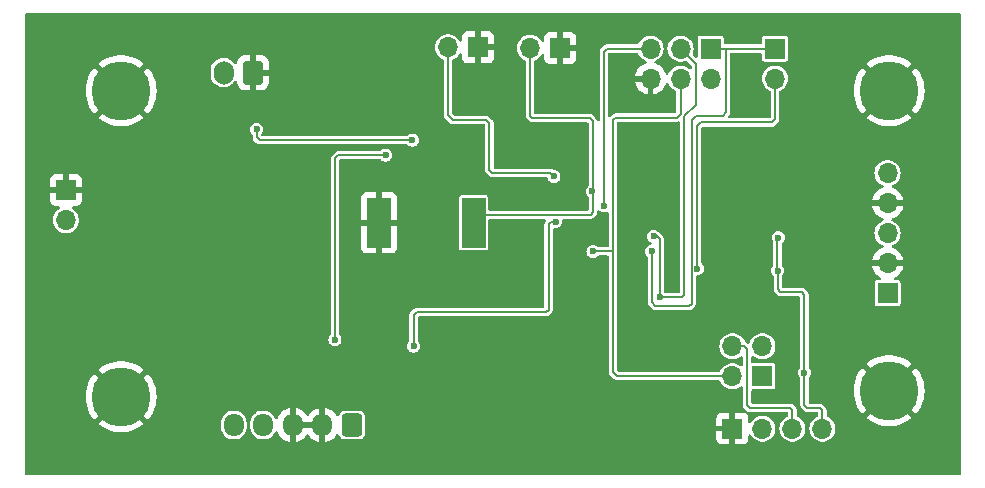
<source format=gbr>
%TF.GenerationSoftware,KiCad,Pcbnew,8.0.5*%
%TF.CreationDate,2024-11-08T11:42:38+01:00*%
%TF.ProjectId,SMD-Loetstation_v2,534d442d-4c6f-4657-9473-746174696f6e,rev?*%
%TF.SameCoordinates,Original*%
%TF.FileFunction,Copper,L2,Bot*%
%TF.FilePolarity,Positive*%
%FSLAX46Y46*%
G04 Gerber Fmt 4.6, Leading zero omitted, Abs format (unit mm)*
G04 Created by KiCad (PCBNEW 8.0.5) date 2024-11-08 11:42:38*
%MOMM*%
%LPD*%
G01*
G04 APERTURE LIST*
G04 Aperture macros list*
%AMRoundRect*
0 Rectangle with rounded corners*
0 $1 Rounding radius*
0 $2 $3 $4 $5 $6 $7 $8 $9 X,Y pos of 4 corners*
0 Add a 4 corners polygon primitive as box body*
4,1,4,$2,$3,$4,$5,$6,$7,$8,$9,$2,$3,0*
0 Add four circle primitives for the rounded corners*
1,1,$1+$1,$2,$3*
1,1,$1+$1,$4,$5*
1,1,$1+$1,$6,$7*
1,1,$1+$1,$8,$9*
0 Add four rect primitives between the rounded corners*
20,1,$1+$1,$2,$3,$4,$5,0*
20,1,$1+$1,$4,$5,$6,$7,0*
20,1,$1+$1,$6,$7,$8,$9,0*
20,1,$1+$1,$8,$9,$2,$3,0*%
G04 Aperture macros list end*
%TA.AperFunction,ComponentPad*%
%ADD10C,5.000000*%
%TD*%
%TA.AperFunction,ComponentPad*%
%ADD11R,1.700000X1.700000*%
%TD*%
%TA.AperFunction,ComponentPad*%
%ADD12O,1.700000X1.700000*%
%TD*%
%TA.AperFunction,ComponentPad*%
%ADD13RoundRect,0.250000X0.600000X0.750000X-0.600000X0.750000X-0.600000X-0.750000X0.600000X-0.750000X0*%
%TD*%
%TA.AperFunction,ComponentPad*%
%ADD14O,1.700000X2.000000*%
%TD*%
%TA.AperFunction,ComponentPad*%
%ADD15RoundRect,0.250000X0.600000X0.725000X-0.600000X0.725000X-0.600000X-0.725000X0.600000X-0.725000X0*%
%TD*%
%TA.AperFunction,ComponentPad*%
%ADD16O,1.700000X1.950000*%
%TD*%
%TA.AperFunction,SMDPad,CuDef*%
%ADD17R,2.000000X4.200000*%
%TD*%
%TA.AperFunction,ViaPad*%
%ADD18C,0.600000*%
%TD*%
%TA.AperFunction,Conductor*%
%ADD19C,0.200000*%
%TD*%
G04 APERTURE END LIST*
D10*
%TO.P,H1,1,1*%
%TO.N,GND*%
X106197400Y-78695800D03*
%TD*%
D11*
%TO.P,J2,1,Pin_1*%
%TO.N,GND*%
X157962600Y-107308900D03*
D12*
%TO.P,J2,2,Pin_2*%
%TO.N,Net-(J2-Pin_2)*%
X160502600Y-107308900D03*
%TO.P,J2,3,Pin_3*%
%TO.N,Net-(J2-Pin_3)*%
X163042600Y-107308900D03*
%TO.P,J2,4,Pin_4*%
%TO.N,+5V*%
X165582600Y-107308900D03*
%TD*%
D11*
%TO.P,J8,1,Pin_1*%
%TO.N,Net-(J7-MISO)*%
X161569400Y-75139800D03*
D12*
%TO.P,J8,2,Pin_2*%
%TO.N,Net-(J8-Pin_2)*%
X161569400Y-77679800D03*
%TD*%
D11*
%TO.P,J4,1,Pin_1*%
%TO.N,GND*%
X143383000Y-75082400D03*
D12*
%TO.P,J4,2,Pin_2*%
%TO.N,Net-(J4-Pin_2)*%
X140843000Y-75082400D03*
%TD*%
D10*
%TO.P,H3,1,1*%
%TO.N,GND*%
X106197400Y-104603800D03*
%TD*%
D11*
%TO.P,J7,1,MISO*%
%TO.N,Net-(J7-MISO)*%
X156108400Y-75139800D03*
D12*
%TO.P,J7,2,VCC*%
%TO.N,+5V*%
X156108400Y-77679800D03*
%TO.P,J7,3,SCK*%
%TO.N,Net-(J7-SCK)*%
X153568400Y-75139800D03*
%TO.P,J7,4,MOSI*%
%TO.N,Net-(J7-MOSI)*%
X153568400Y-77679800D03*
%TO.P,J7,5,~{RST}*%
%TO.N,Net-(J7-~{RST})*%
X151028400Y-75139800D03*
%TO.P,J7,6,GND*%
%TO.N,GND*%
X151028400Y-77679800D03*
%TD*%
D13*
%TO.P,J1,1,Pin_1*%
%TO.N,GND*%
X117373400Y-77171800D03*
D14*
%TO.P,J1,2,Pin_2*%
%TO.N,+12V*%
X114873400Y-77171800D03*
%TD*%
D10*
%TO.P,H2,1,1*%
%TO.N,GND*%
X171221400Y-104095800D03*
%TD*%
D11*
%TO.P,J10,1,Pin_1*%
%TO.N,GND*%
X101523800Y-87117000D03*
D12*
%TO.P,J10,2,Pin_2*%
%TO.N,Net-(J10-Pin_2)*%
X101523800Y-89657000D03*
%TD*%
D11*
%TO.P,J3,1,Pin_1*%
%TO.N,GND*%
X136423400Y-75031600D03*
D12*
%TO.P,J3,2,Pin_2*%
%TO.N,Net-(J3-Pin_2)*%
X133883400Y-75031600D03*
%TD*%
D11*
%TO.P,J5,1,Pin_1*%
%TO.N,Net-(J5-Pin_1)*%
X171094400Y-95840800D03*
D12*
%TO.P,J5,2,Pin_2*%
%TO.N,GND*%
X171094400Y-93300800D03*
%TO.P,J5,3,Pin_3*%
%TO.N,Net-(J5-Pin_3)*%
X171094400Y-90760800D03*
%TO.P,J5,4,Pin_4*%
%TO.N,GND*%
X171094400Y-88220800D03*
%TO.P,J5,5,Pin_5*%
%TO.N,Net-(J5-Pin_5)*%
X171094400Y-85680800D03*
%TD*%
D10*
%TO.P,H4,1,1*%
%TO.N,GND*%
X171221400Y-78695800D03*
%TD*%
D15*
%TO.P,J6,1,Pin_1*%
%TO.N,Net-(J6-Pin_1)*%
X125740800Y-107010200D03*
D16*
%TO.P,J6,2,Pin_2*%
%TO.N,GND*%
X123240800Y-107010200D03*
%TO.P,J6,3,Pin_3*%
X120740800Y-107010200D03*
%TO.P,J6,4,Pin_4*%
%TO.N,Net-(J6-Pin_4)*%
X118240800Y-107010200D03*
%TO.P,J6,5,Pin_5*%
X115740800Y-107010200D03*
%TD*%
D11*
%TO.P,J9,1,Pin_1*%
%TO.N,Net-(J7-SCK)*%
X160502600Y-102876600D03*
D12*
%TO.P,J9,2,Pin_2*%
%TO.N,Net-(J7-MOSI)*%
X157962600Y-102876600D03*
%TO.P,J9,3,Pin_3*%
%TO.N,Net-(J2-Pin_2)*%
X160502600Y-100336600D03*
%TO.P,J9,4,Pin_4*%
%TO.N,Net-(J2-Pin_3)*%
X157962600Y-100336600D03*
%TD*%
D17*
%TO.P,LS1,1*%
%TO.N,Net-(J4-Pin_2)*%
X136042400Y-89871800D03*
%TO.P,LS1,2*%
%TO.N,GND*%
X128042400Y-89871800D03*
%TD*%
D18*
%TO.N,GND*%
X161823400Y-86239600D03*
X152755600Y-86868000D03*
X109321600Y-87477600D03*
X159842200Y-86265000D03*
X152857200Y-92354400D03*
X141681200Y-84175600D03*
X158826200Y-77629000D03*
%TO.N,Net-(U2-+)*%
X124307600Y-99771200D03*
X128600200Y-84156800D03*
%TO.N,+5V*%
X161836100Y-91154500D03*
X161798000Y-93935800D03*
X117678200Y-81972400D03*
X164058600Y-102565200D03*
X130860800Y-82886800D03*
%TO.N,Net-(J3-Pin_2)*%
X142849600Y-85953600D03*
%TO.N,Net-(J4-Pin_2)*%
X146100800Y-87223600D03*
%TO.N,Net-(J8-Pin_2)*%
X154990800Y-93776800D03*
%TO.N,Net-(J7-MISO)*%
X151130000Y-92303600D03*
%TO.N,Net-(J7-~{RST})*%
X147091400Y-88442800D03*
%TO.N,Net-(U1-PB2)*%
X130962400Y-100330000D03*
X143002000Y-89804800D03*
%TO.N,Net-(J7-MOSI)*%
X146151600Y-92303600D03*
%TO.N,Net-(J7-SCK)*%
X151282400Y-91033600D03*
X151790400Y-96164400D03*
%TD*%
D19*
%TO.N,Net-(U2-+)*%
X124307600Y-84429600D02*
X124580400Y-84156800D01*
X124580400Y-84156800D02*
X128600200Y-84156800D01*
X124307600Y-99771200D02*
X124307600Y-84429600D01*
%TO.N,+5V*%
X164312600Y-105543600D02*
X164058600Y-105289600D01*
X165582600Y-107308900D02*
X165582600Y-105772200D01*
X117932200Y-82886800D02*
X117678200Y-82632800D01*
X161772600Y-93910400D02*
X161798000Y-93935800D01*
X165354000Y-105543600D02*
X164312600Y-105543600D01*
X161836100Y-91154500D02*
X161772600Y-91218000D01*
X161798000Y-95536000D02*
X161798000Y-93935800D01*
X162026600Y-95764600D02*
X161798000Y-95536000D01*
X161772600Y-91218000D02*
X161772600Y-93910400D01*
X164058600Y-105289600D02*
X164058600Y-95967800D01*
X165582600Y-105772200D02*
X165354000Y-105543600D01*
X117678200Y-82632800D02*
X117678200Y-81972400D01*
X130860800Y-82886800D02*
X117932200Y-82886800D01*
X164058600Y-95967800D02*
X163855400Y-95764600D01*
X163855400Y-95764600D02*
X162026600Y-95764600D01*
%TO.N,Net-(J2-Pin_3)*%
X162839400Y-105543600D02*
X163042600Y-105746800D01*
X158978600Y-100336600D02*
X159207200Y-100565200D01*
X157962600Y-100336600D02*
X158978600Y-100336600D01*
X159207200Y-100565200D02*
X159207200Y-105315000D01*
X159207200Y-105315000D02*
X159435800Y-105543600D01*
X163042600Y-105746800D02*
X163042600Y-107308900D01*
X159435800Y-105543600D02*
X162839400Y-105543600D01*
%TO.N,Net-(J3-Pin_2)*%
X142544800Y-85648800D02*
X142849600Y-85953600D01*
X133883400Y-74860400D02*
X133883400Y-80797400D01*
X137134600Y-81185000D02*
X137388600Y-81439000D01*
X133883400Y-80797400D02*
X134271000Y-81185000D01*
X137388600Y-85420200D02*
X137617200Y-85648800D01*
X137388600Y-81439000D02*
X137388600Y-85420200D01*
X134271000Y-81185000D02*
X137134600Y-81185000D01*
X137617200Y-85648800D02*
X142544800Y-85648800D01*
%TO.N,Net-(J4-Pin_2)*%
X140792200Y-80822800D02*
X141002000Y-81032600D01*
X140843000Y-75082400D02*
X140792200Y-75133200D01*
X136709400Y-89204800D02*
X136042400Y-89871800D01*
X146151600Y-89001600D02*
X145948400Y-89204800D01*
X146151600Y-81280000D02*
X146151600Y-89001600D01*
X145948400Y-89204800D02*
X136709400Y-89204800D01*
X141002000Y-81032600D02*
X145904200Y-81032600D01*
X145904200Y-81032600D02*
X146151600Y-81280000D01*
X140792200Y-75133200D02*
X140792200Y-80822800D01*
%TO.N,Net-(J8-Pin_2)*%
X154990800Y-81686400D02*
X155289000Y-81388200D01*
X161315400Y-81388200D02*
X161569400Y-81134200D01*
X154990800Y-93776800D02*
X154990800Y-81686400D01*
X155289000Y-81388200D02*
X161315400Y-81388200D01*
X161569400Y-81134200D02*
X161569400Y-77801800D01*
%TO.N,Net-(J7-MISO)*%
X151130000Y-92303600D02*
X151130000Y-96469200D01*
X154305000Y-96926400D02*
X154508200Y-96723200D01*
X161569400Y-75261800D02*
X161447400Y-75139800D01*
X151130000Y-96469200D02*
X151130000Y-96621600D01*
X154508200Y-81159600D02*
X154508200Y-96723200D01*
X161447400Y-75139800D02*
X156108400Y-75139800D01*
X157124400Y-80829400D02*
X154838400Y-80829400D01*
X151434800Y-96926400D02*
X154305000Y-96926400D01*
X151130000Y-96621600D02*
X151434800Y-96926400D01*
X154838400Y-80829400D02*
X154508200Y-81159600D01*
X157403800Y-75139800D02*
X157403800Y-80550000D01*
X157403800Y-80550000D02*
X157124400Y-80829400D01*
%TO.N,Net-(J7-~{RST})*%
X147345400Y-75139800D02*
X151028400Y-75139800D01*
X147091400Y-75393800D02*
X147345400Y-75139800D01*
X147091400Y-88442800D02*
X147091400Y-75393800D01*
%TO.N,Net-(U1-PB2)*%
X143002000Y-89804800D02*
X142605200Y-89804800D01*
X142189200Y-97434400D02*
X131216400Y-97434400D01*
X142392400Y-97231200D02*
X142189200Y-97434400D01*
X131216400Y-97434400D02*
X130962400Y-97688400D01*
X130962400Y-97688400D02*
X130962400Y-100330000D01*
X142605200Y-89804800D02*
X142392400Y-90017600D01*
X142392400Y-90017600D02*
X142392400Y-97231200D01*
%TO.N,Net-(J7-MOSI)*%
X147853400Y-81185000D02*
X148056600Y-80981800D01*
X147853400Y-99650800D02*
X147853400Y-92303600D01*
X147853400Y-92303600D02*
X146151600Y-92303600D01*
X148056600Y-80981800D02*
X153238200Y-80981800D01*
X153238200Y-80981800D02*
X153568400Y-80651600D01*
X153568400Y-80651600D02*
X153568400Y-77679800D01*
X148209000Y-102876600D02*
X157962600Y-102876600D01*
X147853400Y-99650800D02*
X147853400Y-102521000D01*
X147853400Y-102521000D02*
X148209000Y-102876600D01*
X147853400Y-92303600D02*
X147853400Y-81185000D01*
%TO.N,Net-(J7-SCK)*%
X153898600Y-80887086D02*
X154863800Y-79921886D01*
X151790400Y-91236800D02*
X151587200Y-91033600D01*
X151790400Y-96164400D02*
X151790400Y-91236800D01*
X154863800Y-76435200D02*
X153568400Y-75139800D01*
X154863800Y-79921886D02*
X154863800Y-76435200D01*
X153898600Y-95986600D02*
X153898600Y-80887086D01*
X151587200Y-91033600D02*
X151282400Y-91033600D01*
X151790400Y-96164400D02*
X153720800Y-96164400D01*
X153720800Y-96164400D02*
X153898600Y-95986600D01*
%TD*%
%TA.AperFunction,Conductor*%
%TO.N,GND*%
G36*
X122798170Y-106826857D02*
G01*
X122765800Y-106947665D01*
X122765800Y-107072735D01*
X122798170Y-107193543D01*
X122836654Y-107260200D01*
X121144946Y-107260200D01*
X121183430Y-107193543D01*
X121215800Y-107072735D01*
X121215800Y-106947665D01*
X121183430Y-106826857D01*
X121144946Y-106760200D01*
X122836654Y-106760200D01*
X122798170Y-106826857D01*
G37*
%TD.AperFunction*%
%TA.AperFunction,Conductor*%
G36*
X149963804Y-75509985D02*
G01*
X150007765Y-75559028D01*
X150088727Y-75721621D01*
X150211637Y-75884381D01*
X150362358Y-76021780D01*
X150362360Y-76021782D01*
X150404961Y-76048159D01*
X150535763Y-76129148D01*
X150616683Y-76160496D01*
X150672085Y-76203069D01*
X150695676Y-76268835D01*
X150679965Y-76336916D01*
X150629942Y-76385695D01*
X150603986Y-76395897D01*
X150564919Y-76406365D01*
X150564907Y-76406370D01*
X150350822Y-76506199D01*
X150350820Y-76506200D01*
X150157326Y-76641686D01*
X150157320Y-76641691D01*
X149990291Y-76808720D01*
X149990286Y-76808726D01*
X149854800Y-77002220D01*
X149854799Y-77002222D01*
X149754970Y-77216307D01*
X149754967Y-77216313D01*
X149697764Y-77429799D01*
X149697764Y-77429800D01*
X150595388Y-77429800D01*
X150562475Y-77486807D01*
X150528400Y-77613974D01*
X150528400Y-77745626D01*
X150562475Y-77872793D01*
X150595388Y-77929800D01*
X149697764Y-77929800D01*
X149754967Y-78143286D01*
X149754970Y-78143292D01*
X149854799Y-78357378D01*
X149990294Y-78550882D01*
X150157317Y-78717905D01*
X150350821Y-78853400D01*
X150564907Y-78953229D01*
X150564916Y-78953233D01*
X150778400Y-79010434D01*
X150778400Y-78112812D01*
X150835407Y-78145725D01*
X150962574Y-78179800D01*
X151094226Y-78179800D01*
X151221393Y-78145725D01*
X151278400Y-78112812D01*
X151278400Y-79010433D01*
X151491883Y-78953233D01*
X151491892Y-78953229D01*
X151705978Y-78853400D01*
X151899482Y-78717905D01*
X152066505Y-78550882D01*
X152202000Y-78357378D01*
X152301829Y-78143292D01*
X152301831Y-78143289D01*
X152310806Y-78109792D01*
X152347170Y-78050131D01*
X152410016Y-78019600D01*
X152479392Y-78027894D01*
X152533271Y-78072378D01*
X152541582Y-78086611D01*
X152628727Y-78261621D01*
X152751637Y-78424381D01*
X152902358Y-78561780D01*
X152902360Y-78561782D01*
X152902362Y-78561783D01*
X153075763Y-78669148D01*
X153075768Y-78669149D01*
X153075770Y-78669151D01*
X153082606Y-78671799D01*
X153138692Y-78693526D01*
X153194094Y-78736098D01*
X153217686Y-78801864D01*
X153217900Y-78809153D01*
X153217900Y-80455056D01*
X153198215Y-80522095D01*
X153181581Y-80542737D01*
X153129337Y-80594981D01*
X153068014Y-80628466D01*
X153041656Y-80631300D01*
X148010456Y-80631300D01*
X147921312Y-80655186D01*
X147921309Y-80655187D01*
X147841391Y-80701327D01*
X147841386Y-80701331D01*
X147653581Y-80889137D01*
X147592258Y-80922622D01*
X147522566Y-80917638D01*
X147466633Y-80875766D01*
X147442216Y-80810302D01*
X147441900Y-80801456D01*
X147441900Y-75614300D01*
X147461585Y-75547261D01*
X147514389Y-75501506D01*
X147565900Y-75490300D01*
X149896765Y-75490300D01*
X149963804Y-75509985D01*
G37*
%TD.AperFunction*%
%TA.AperFunction,Conductor*%
G36*
X177242539Y-72148185D02*
G01*
X177288294Y-72200989D01*
X177299500Y-72252500D01*
X177299500Y-111135500D01*
X177279815Y-111202539D01*
X177227011Y-111248294D01*
X177175500Y-111259500D01*
X98160500Y-111259500D01*
X98093461Y-111239815D01*
X98047706Y-111187011D01*
X98036500Y-111135500D01*
X98036500Y-104603796D01*
X103192316Y-104603796D01*
X103192316Y-104603803D01*
X103212635Y-104952669D01*
X103212636Y-104952680D01*
X103273314Y-105296802D01*
X103273316Y-105296811D01*
X103373545Y-105631600D01*
X103511955Y-105952470D01*
X103511961Y-105952483D01*
X103686689Y-106255122D01*
X103895367Y-106535425D01*
X103903548Y-106544096D01*
X105153720Y-105293925D01*
X105243954Y-105418120D01*
X105383080Y-105557246D01*
X105507273Y-105647478D01*
X104260218Y-106894533D01*
X104260219Y-106894534D01*
X104402884Y-107014245D01*
X104694861Y-107206280D01*
X105007139Y-107363114D01*
X105007145Y-107363116D01*
X105335530Y-107482638D01*
X105335533Y-107482639D01*
X105675571Y-107563229D01*
X106022676Y-107603799D01*
X106022677Y-107603800D01*
X106372123Y-107603800D01*
X106372123Y-107603799D01*
X106719227Y-107563229D01*
X106719229Y-107563229D01*
X107059266Y-107482639D01*
X107059269Y-107482638D01*
X107387654Y-107363116D01*
X107387660Y-107363114D01*
X107699938Y-107206280D01*
X107991909Y-107014249D01*
X107991910Y-107014248D01*
X108134579Y-106894534D01*
X108134580Y-106894533D01*
X108038636Y-106798589D01*
X114640300Y-106798589D01*
X114640300Y-107221810D01*
X114662680Y-107363116D01*
X114667398Y-107392901D01*
X114720927Y-107557645D01*
X114799568Y-107711988D01*
X114901386Y-107852128D01*
X115023872Y-107974614D01*
X115164012Y-108076432D01*
X115318355Y-108155073D01*
X115483099Y-108208602D01*
X115654189Y-108235700D01*
X115654190Y-108235700D01*
X115827410Y-108235700D01*
X115827411Y-108235700D01*
X115998501Y-108208602D01*
X116163245Y-108155073D01*
X116317588Y-108076432D01*
X116457728Y-107974614D01*
X116580214Y-107852128D01*
X116682032Y-107711988D01*
X116760673Y-107557645D01*
X116814202Y-107392901D01*
X116841300Y-107221811D01*
X116841300Y-106798589D01*
X117140300Y-106798589D01*
X117140300Y-107221810D01*
X117162680Y-107363116D01*
X117167398Y-107392901D01*
X117220927Y-107557645D01*
X117299568Y-107711988D01*
X117401386Y-107852128D01*
X117523872Y-107974614D01*
X117664012Y-108076432D01*
X117818355Y-108155073D01*
X117983099Y-108208602D01*
X118154189Y-108235700D01*
X118154190Y-108235700D01*
X118327410Y-108235700D01*
X118327411Y-108235700D01*
X118498501Y-108208602D01*
X118663245Y-108155073D01*
X118817588Y-108076432D01*
X118957728Y-107974614D01*
X119080214Y-107852128D01*
X119182032Y-107711988D01*
X119245614Y-107587199D01*
X119293588Y-107536404D01*
X119361409Y-107519608D01*
X119427544Y-107542145D01*
X119470996Y-107596860D01*
X119474030Y-107605176D01*
X119489704Y-107653417D01*
X119586179Y-107842757D01*
X119711072Y-108014659D01*
X119711076Y-108014664D01*
X119861335Y-108164923D01*
X119861340Y-108164927D01*
X120033242Y-108289820D01*
X120222582Y-108386295D01*
X120424671Y-108451957D01*
X120490800Y-108462431D01*
X120490800Y-107414345D01*
X120557457Y-107452830D01*
X120678265Y-107485200D01*
X120803335Y-107485200D01*
X120924143Y-107452830D01*
X120990800Y-107414345D01*
X120990800Y-108462430D01*
X121056926Y-108451957D01*
X121056929Y-108451957D01*
X121259017Y-108386295D01*
X121448357Y-108289820D01*
X121620259Y-108164927D01*
X121620264Y-108164923D01*
X121770527Y-108014660D01*
X121890482Y-107849555D01*
X121945811Y-107806889D01*
X122015425Y-107800910D01*
X122077220Y-107833515D01*
X122091118Y-107849555D01*
X122211072Y-108014660D01*
X122361335Y-108164923D01*
X122361340Y-108164927D01*
X122533242Y-108289820D01*
X122722582Y-108386295D01*
X122924671Y-108451957D01*
X122990800Y-108462431D01*
X122990800Y-107414345D01*
X123057457Y-107452830D01*
X123178265Y-107485200D01*
X123303335Y-107485200D01*
X123424143Y-107452830D01*
X123490800Y-107414345D01*
X123490800Y-108462430D01*
X123556926Y-108451957D01*
X123556929Y-108451957D01*
X123759017Y-108386295D01*
X123948357Y-108289820D01*
X124120259Y-108164927D01*
X124120264Y-108164923D01*
X124270523Y-108014664D01*
X124270527Y-108014659D01*
X124395422Y-107842755D01*
X124413710Y-107806864D01*
X124461684Y-107756067D01*
X124529505Y-107739272D01*
X124595640Y-107761809D01*
X124639092Y-107816524D01*
X124643839Y-107835388D01*
X124644924Y-107835132D01*
X124646707Y-107842679D01*
X124697002Y-107977528D01*
X124697006Y-107977535D01*
X124783252Y-108092744D01*
X124783255Y-108092747D01*
X124898464Y-108178993D01*
X124898471Y-108178997D01*
X125033317Y-108229291D01*
X125033316Y-108229291D01*
X125040244Y-108230035D01*
X125092927Y-108235700D01*
X126388672Y-108235699D01*
X126448283Y-108229291D01*
X126583131Y-108178996D01*
X126698346Y-108092746D01*
X126784596Y-107977531D01*
X126834891Y-107842683D01*
X126841300Y-107783073D01*
X126841299Y-106411055D01*
X156612600Y-106411055D01*
X156612600Y-107058900D01*
X157529588Y-107058900D01*
X157496675Y-107115907D01*
X157462600Y-107243074D01*
X157462600Y-107374726D01*
X157496675Y-107501893D01*
X157529588Y-107558900D01*
X156612600Y-107558900D01*
X156612600Y-108206744D01*
X156619001Y-108266272D01*
X156619003Y-108266279D01*
X156669245Y-108400986D01*
X156669249Y-108400993D01*
X156755409Y-108516087D01*
X156755412Y-108516090D01*
X156870506Y-108602250D01*
X156870513Y-108602254D01*
X157005220Y-108652496D01*
X157005227Y-108652498D01*
X157064755Y-108658899D01*
X157064772Y-108658900D01*
X157712600Y-108658900D01*
X157712600Y-107741912D01*
X157769607Y-107774825D01*
X157896774Y-107808900D01*
X158028426Y-107808900D01*
X158155593Y-107774825D01*
X158212600Y-107741912D01*
X158212600Y-108658900D01*
X158860428Y-108658900D01*
X158860444Y-108658899D01*
X158919972Y-108652498D01*
X158919979Y-108652496D01*
X159054686Y-108602254D01*
X159054693Y-108602250D01*
X159169787Y-108516090D01*
X159169790Y-108516087D01*
X159255950Y-108400993D01*
X159255954Y-108400986D01*
X159306196Y-108266279D01*
X159306198Y-108266272D01*
X159312599Y-108206744D01*
X159312600Y-108206727D01*
X159312600Y-107915212D01*
X159332285Y-107848173D01*
X159385089Y-107802418D01*
X159454247Y-107792474D01*
X159517803Y-107821499D01*
X159547600Y-107859941D01*
X159562925Y-107890719D01*
X159685837Y-108053481D01*
X159836558Y-108190880D01*
X159836560Y-108190882D01*
X159865179Y-108208602D01*
X160009963Y-108298248D01*
X160200144Y-108371924D01*
X160400624Y-108409400D01*
X160400626Y-108409400D01*
X160604574Y-108409400D01*
X160604576Y-108409400D01*
X160805056Y-108371924D01*
X160995237Y-108298248D01*
X161168641Y-108190881D01*
X161319364Y-108053479D01*
X161442273Y-107890721D01*
X161533182Y-107708150D01*
X161588997Y-107511983D01*
X161607815Y-107308900D01*
X161601715Y-107243074D01*
X161588997Y-107105817D01*
X161562942Y-107014245D01*
X161533182Y-106909650D01*
X161532759Y-106908801D01*
X161480869Y-106804591D01*
X161442273Y-106727079D01*
X161319364Y-106564321D01*
X161319362Y-106564318D01*
X161168641Y-106426919D01*
X161168639Y-106426917D01*
X160995242Y-106319555D01*
X160995239Y-106319553D01*
X160995237Y-106319552D01*
X160995236Y-106319551D01*
X160995235Y-106319551D01*
X160853099Y-106264488D01*
X160805056Y-106245876D01*
X160604576Y-106208400D01*
X160400624Y-106208400D01*
X160200144Y-106245876D01*
X160200141Y-106245876D01*
X160200141Y-106245877D01*
X160009964Y-106319551D01*
X160009957Y-106319555D01*
X159836560Y-106426917D01*
X159836558Y-106426919D01*
X159685837Y-106564318D01*
X159562928Y-106727076D01*
X159547600Y-106757860D01*
X159500096Y-106809096D01*
X159432433Y-106826517D01*
X159366093Y-106804591D01*
X159322138Y-106750279D01*
X159312600Y-106702587D01*
X159312600Y-106411072D01*
X159312599Y-106411055D01*
X159306198Y-106351527D01*
X159306196Y-106351520D01*
X159255954Y-106216813D01*
X159255950Y-106216806D01*
X159169790Y-106101712D01*
X159169787Y-106101709D01*
X159054693Y-106015549D01*
X159054686Y-106015545D01*
X158919979Y-105965303D01*
X158919972Y-105965301D01*
X158860444Y-105958900D01*
X158212600Y-105958900D01*
X158212600Y-106875888D01*
X158155593Y-106842975D01*
X158028426Y-106808900D01*
X157896774Y-106808900D01*
X157769607Y-106842975D01*
X157712600Y-106875888D01*
X157712600Y-105958900D01*
X157064755Y-105958900D01*
X157005227Y-105965301D01*
X157005220Y-105965303D01*
X156870513Y-106015545D01*
X156870506Y-106015549D01*
X156755412Y-106101709D01*
X156755409Y-106101712D01*
X156669249Y-106216806D01*
X156669245Y-106216813D01*
X156619003Y-106351520D01*
X156619001Y-106351527D01*
X156612600Y-106411055D01*
X126841299Y-106411055D01*
X126841299Y-106237328D01*
X126834891Y-106177717D01*
X126831368Y-106168272D01*
X126784597Y-106042871D01*
X126784593Y-106042864D01*
X126698347Y-105927655D01*
X126698344Y-105927652D01*
X126583135Y-105841406D01*
X126583128Y-105841402D01*
X126448282Y-105791108D01*
X126448283Y-105791108D01*
X126388683Y-105784701D01*
X126388681Y-105784700D01*
X126388673Y-105784700D01*
X126388664Y-105784700D01*
X125092929Y-105784700D01*
X125092923Y-105784701D01*
X125033316Y-105791108D01*
X124898471Y-105841402D01*
X124898464Y-105841406D01*
X124783255Y-105927652D01*
X124783252Y-105927655D01*
X124697006Y-106042864D01*
X124697002Y-106042871D01*
X124646708Y-106177717D01*
X124644926Y-106185262D01*
X124641725Y-106184505D01*
X124620591Y-106235241D01*
X124563119Y-106274974D01*
X124493289Y-106277329D01*
X124433271Y-106241556D01*
X124413710Y-106213536D01*
X124395422Y-106177644D01*
X124270527Y-106005740D01*
X124270523Y-106005735D01*
X124120264Y-105855476D01*
X124120259Y-105855472D01*
X123948357Y-105730579D01*
X123759015Y-105634103D01*
X123556924Y-105568441D01*
X123490800Y-105557968D01*
X123490800Y-106606054D01*
X123424143Y-106567570D01*
X123303335Y-106535200D01*
X123178265Y-106535200D01*
X123057457Y-106567570D01*
X122990800Y-106606054D01*
X122990800Y-105557968D01*
X122990799Y-105557968D01*
X122924675Y-105568441D01*
X122722584Y-105634103D01*
X122533242Y-105730579D01*
X122361340Y-105855472D01*
X122361335Y-105855476D01*
X122211076Y-106005735D01*
X122211072Y-106005740D01*
X122091118Y-106170844D01*
X122035788Y-106213510D01*
X121966175Y-106219489D01*
X121904380Y-106186884D01*
X121890482Y-106170844D01*
X121770527Y-106005740D01*
X121770523Y-106005735D01*
X121620264Y-105855476D01*
X121620259Y-105855472D01*
X121448357Y-105730579D01*
X121259015Y-105634103D01*
X121056924Y-105568441D01*
X120990800Y-105557968D01*
X120990800Y-106606054D01*
X120924143Y-106567570D01*
X120803335Y-106535200D01*
X120678265Y-106535200D01*
X120557457Y-106567570D01*
X120490800Y-106606054D01*
X120490800Y-105557968D01*
X120490799Y-105557968D01*
X120424675Y-105568441D01*
X120222584Y-105634103D01*
X120033242Y-105730579D01*
X119861340Y-105855472D01*
X119861335Y-105855476D01*
X119711076Y-106005735D01*
X119711072Y-106005740D01*
X119586179Y-106177642D01*
X119489705Y-106366981D01*
X119474030Y-106415224D01*
X119434592Y-106472899D01*
X119370233Y-106500097D01*
X119301387Y-106488182D01*
X119249911Y-106440938D01*
X119245614Y-106433199D01*
X119182033Y-106308413D01*
X119143314Y-106255122D01*
X119080214Y-106168272D01*
X118957728Y-106045786D01*
X118817588Y-105943968D01*
X118672832Y-105870212D01*
X118663247Y-105865328D01*
X118663246Y-105865327D01*
X118663245Y-105865327D01*
X118498501Y-105811798D01*
X118498499Y-105811797D01*
X118498498Y-105811797D01*
X118367071Y-105790981D01*
X118327411Y-105784700D01*
X118154189Y-105784700D01*
X118114528Y-105790981D01*
X117983102Y-105811797D01*
X117818352Y-105865328D01*
X117664011Y-105943968D01*
X117584056Y-106002059D01*
X117523872Y-106045786D01*
X117523870Y-106045788D01*
X117523869Y-106045788D01*
X117401388Y-106168269D01*
X117401388Y-106168270D01*
X117401386Y-106168272D01*
X117394577Y-106177644D01*
X117299568Y-106308411D01*
X117220928Y-106462752D01*
X117167397Y-106627502D01*
X117140300Y-106798589D01*
X116841300Y-106798589D01*
X116814202Y-106627499D01*
X116760673Y-106462755D01*
X116682032Y-106308412D01*
X116580214Y-106168272D01*
X116457728Y-106045786D01*
X116317588Y-105943968D01*
X116172832Y-105870212D01*
X116163247Y-105865328D01*
X116163246Y-105865327D01*
X116163245Y-105865327D01*
X115998501Y-105811798D01*
X115998499Y-105811797D01*
X115998498Y-105811797D01*
X115867071Y-105790981D01*
X115827411Y-105784700D01*
X115654189Y-105784700D01*
X115614528Y-105790981D01*
X115483102Y-105811797D01*
X115318352Y-105865328D01*
X115164011Y-105943968D01*
X115084056Y-106002059D01*
X115023872Y-106045786D01*
X115023870Y-106045788D01*
X115023869Y-106045788D01*
X114901388Y-106168269D01*
X114901388Y-106168270D01*
X114901386Y-106168272D01*
X114894577Y-106177644D01*
X114799568Y-106308411D01*
X114720928Y-106462752D01*
X114667397Y-106627502D01*
X114640300Y-106798589D01*
X108038636Y-106798589D01*
X106887526Y-105647478D01*
X107011720Y-105557246D01*
X107150846Y-105418120D01*
X107241078Y-105293926D01*
X108491249Y-106544097D01*
X108491251Y-106544096D01*
X108499422Y-106535436D01*
X108499433Y-106535423D01*
X108708110Y-106255122D01*
X108882838Y-105952483D01*
X108882844Y-105952470D01*
X109021254Y-105631600D01*
X109121483Y-105296811D01*
X109121485Y-105296802D01*
X109182163Y-104952680D01*
X109182164Y-104952669D01*
X109202484Y-104603803D01*
X109202484Y-104603796D01*
X109182164Y-104254930D01*
X109182163Y-104254919D01*
X109121485Y-103910797D01*
X109121483Y-103910788D01*
X109021254Y-103575999D01*
X108882844Y-103255129D01*
X108882838Y-103255116D01*
X108708110Y-102952477D01*
X108499432Y-102672174D01*
X108491250Y-102663502D01*
X107241078Y-103913673D01*
X107150846Y-103789480D01*
X107011720Y-103650354D01*
X106887525Y-103560120D01*
X108134580Y-102313065D01*
X108134579Y-102313064D01*
X107991919Y-102193357D01*
X107699938Y-102001319D01*
X107387660Y-101844485D01*
X107387654Y-101844483D01*
X107059269Y-101724961D01*
X107059266Y-101724960D01*
X106719228Y-101644370D01*
X106372123Y-101603800D01*
X106022677Y-101603800D01*
X105675572Y-101644370D01*
X105675570Y-101644370D01*
X105335533Y-101724960D01*
X105335530Y-101724961D01*
X105007145Y-101844483D01*
X105007139Y-101844485D01*
X104694861Y-102001319D01*
X104402880Y-102193357D01*
X104260219Y-102313064D01*
X104260218Y-102313065D01*
X105507274Y-103560120D01*
X105383080Y-103650354D01*
X105243954Y-103789480D01*
X105153720Y-103913673D01*
X103903548Y-102663501D01*
X103903547Y-102663502D01*
X103895376Y-102672163D01*
X103895372Y-102672168D01*
X103686689Y-102952477D01*
X103511961Y-103255116D01*
X103511955Y-103255129D01*
X103373545Y-103575999D01*
X103273316Y-103910788D01*
X103273314Y-103910797D01*
X103212636Y-104254919D01*
X103212635Y-104254930D01*
X103192316Y-104603796D01*
X98036500Y-104603796D01*
X98036500Y-100329999D01*
X130407150Y-100329999D01*
X130407150Y-100330000D01*
X130426070Y-100473708D01*
X130426071Y-100473712D01*
X130481537Y-100607622D01*
X130481538Y-100607624D01*
X130481539Y-100607625D01*
X130569779Y-100722621D01*
X130684775Y-100810861D01*
X130818691Y-100866330D01*
X130945680Y-100883048D01*
X130962399Y-100885250D01*
X130962400Y-100885250D01*
X130962401Y-100885250D01*
X130977377Y-100883278D01*
X131106109Y-100866330D01*
X131240025Y-100810861D01*
X131355021Y-100722621D01*
X131443261Y-100607625D01*
X131498730Y-100473709D01*
X131517650Y-100330000D01*
X131498730Y-100186291D01*
X131444817Y-100056131D01*
X131443262Y-100052377D01*
X131443261Y-100052376D01*
X131443261Y-100052375D01*
X131355021Y-99937379D01*
X131355019Y-99937377D01*
X131355015Y-99937372D01*
X131349271Y-99931628D01*
X131351787Y-99929111D01*
X131320197Y-99885817D01*
X131312900Y-99843908D01*
X131312900Y-97908900D01*
X131332585Y-97841861D01*
X131385389Y-97796106D01*
X131436900Y-97784900D01*
X142235342Y-97784900D01*
X142235344Y-97784900D01*
X142324488Y-97761014D01*
X142404412Y-97714870D01*
X142672870Y-97446412D01*
X142719014Y-97366488D01*
X142737067Y-97299112D01*
X142742900Y-97277344D01*
X142742900Y-90467333D01*
X142762585Y-90400294D01*
X142815389Y-90354539D01*
X142883084Y-90344394D01*
X142960141Y-90354539D01*
X143001999Y-90360050D01*
X143002000Y-90360050D01*
X143002001Y-90360050D01*
X143016977Y-90358078D01*
X143145709Y-90341130D01*
X143279625Y-90285661D01*
X143394621Y-90197421D01*
X143482861Y-90082425D01*
X143538330Y-89948509D01*
X143557250Y-89804800D01*
X143556932Y-89802388D01*
X143547029Y-89727166D01*
X143542858Y-89695485D01*
X143553623Y-89626451D01*
X143600003Y-89574195D01*
X143665797Y-89555300D01*
X145994542Y-89555300D01*
X145994544Y-89555300D01*
X146083688Y-89531414D01*
X146095958Y-89524330D01*
X146163612Y-89485270D01*
X146432070Y-89216812D01*
X146478214Y-89136888D01*
X146502100Y-89047744D01*
X146502100Y-88935950D01*
X146521785Y-88868911D01*
X146574589Y-88823156D01*
X146643747Y-88813212D01*
X146701585Y-88837574D01*
X146742424Y-88868911D01*
X146813773Y-88923660D01*
X146813774Y-88923660D01*
X146813775Y-88923661D01*
X146947691Y-88979130D01*
X147074680Y-88995848D01*
X147091399Y-88998050D01*
X147091400Y-88998050D01*
X147091401Y-88998050D01*
X147106377Y-88996078D01*
X147235109Y-88979130D01*
X147331450Y-88939224D01*
X147400916Y-88931756D01*
X147463396Y-88963031D01*
X147499048Y-89023120D01*
X147502900Y-89053786D01*
X147502900Y-91829100D01*
X147483215Y-91896139D01*
X147430411Y-91941894D01*
X147378900Y-91953100D01*
X146637692Y-91953100D01*
X146570653Y-91933415D01*
X146551187Y-91915513D01*
X146549972Y-91916729D01*
X146544227Y-91910984D01*
X146544221Y-91910979D01*
X146429225Y-91822739D01*
X146429224Y-91822738D01*
X146429222Y-91822737D01*
X146295312Y-91767271D01*
X146295310Y-91767270D01*
X146295309Y-91767270D01*
X146223454Y-91757810D01*
X146151601Y-91748350D01*
X146151599Y-91748350D01*
X146007891Y-91767270D01*
X146007887Y-91767271D01*
X145873977Y-91822737D01*
X145758979Y-91910979D01*
X145670737Y-92025977D01*
X145615271Y-92159887D01*
X145615270Y-92159891D01*
X145596350Y-92303599D01*
X145596350Y-92303600D01*
X145615270Y-92447308D01*
X145615271Y-92447312D01*
X145670737Y-92581222D01*
X145670738Y-92581223D01*
X145670739Y-92581225D01*
X145758979Y-92696221D01*
X145873975Y-92784461D01*
X146007891Y-92839930D01*
X146134880Y-92856648D01*
X146151599Y-92858850D01*
X146151600Y-92858850D01*
X146151601Y-92858850D01*
X146166577Y-92856878D01*
X146295309Y-92839930D01*
X146429225Y-92784461D01*
X146544221Y-92696221D01*
X146544223Y-92696217D01*
X146544227Y-92696215D01*
X146549972Y-92690471D01*
X146552488Y-92692987D01*
X146595783Y-92661397D01*
X146637692Y-92654100D01*
X147378900Y-92654100D01*
X147445939Y-92673785D01*
X147491694Y-92726589D01*
X147502900Y-92778100D01*
X147502900Y-102567143D01*
X147526786Y-102656287D01*
X147526787Y-102656290D01*
X147572927Y-102736208D01*
X147572929Y-102736211D01*
X147572930Y-102736212D01*
X147928531Y-103091812D01*
X147993788Y-103157069D01*
X147993791Y-103157070D01*
X147993794Y-103157073D01*
X148073706Y-103203211D01*
X148073707Y-103203211D01*
X148073712Y-103203214D01*
X148162856Y-103227100D01*
X156830965Y-103227100D01*
X156898004Y-103246785D01*
X156941965Y-103295828D01*
X157022927Y-103458421D01*
X157145837Y-103621181D01*
X157296558Y-103758580D01*
X157296560Y-103758582D01*
X157368445Y-103803091D01*
X157469963Y-103865948D01*
X157660144Y-103939624D01*
X157860624Y-103977100D01*
X157860626Y-103977100D01*
X158064574Y-103977100D01*
X158064576Y-103977100D01*
X158265056Y-103939624D01*
X158455237Y-103865948D01*
X158628641Y-103758581D01*
X158649162Y-103739874D01*
X158711966Y-103709257D01*
X158781353Y-103717454D01*
X158835293Y-103761864D01*
X158856661Y-103828387D01*
X158856700Y-103831511D01*
X158856700Y-105361143D01*
X158872925Y-105421699D01*
X158880584Y-105450283D01*
X158880587Y-105450290D01*
X158926727Y-105530208D01*
X158926729Y-105530211D01*
X158926730Y-105530212D01*
X159220588Y-105824070D01*
X159300512Y-105870214D01*
X159389656Y-105894100D01*
X162568100Y-105894100D01*
X162635139Y-105913785D01*
X162680894Y-105966589D01*
X162692100Y-106018100D01*
X162692100Y-106179545D01*
X162672415Y-106246584D01*
X162619611Y-106292339D01*
X162612894Y-106295171D01*
X162549974Y-106319546D01*
X162549959Y-106319553D01*
X162376560Y-106426917D01*
X162376558Y-106426919D01*
X162225837Y-106564318D01*
X162102927Y-106727078D01*
X162012022Y-106909639D01*
X162012017Y-106909652D01*
X161956202Y-107105817D01*
X161937385Y-107308899D01*
X161937385Y-107308900D01*
X161956202Y-107511982D01*
X162012017Y-107708147D01*
X162012022Y-107708160D01*
X162102927Y-107890721D01*
X162225837Y-108053481D01*
X162376558Y-108190880D01*
X162376560Y-108190882D01*
X162405179Y-108208602D01*
X162549963Y-108298248D01*
X162740144Y-108371924D01*
X162940624Y-108409400D01*
X162940626Y-108409400D01*
X163144574Y-108409400D01*
X163144576Y-108409400D01*
X163345056Y-108371924D01*
X163535237Y-108298248D01*
X163708641Y-108190881D01*
X163859364Y-108053479D01*
X163982273Y-107890721D01*
X164073182Y-107708150D01*
X164128997Y-107511983D01*
X164147815Y-107308900D01*
X164141715Y-107243074D01*
X164128997Y-107105817D01*
X164102942Y-107014245D01*
X164073182Y-106909650D01*
X164072759Y-106908801D01*
X164020869Y-106804591D01*
X163982273Y-106727079D01*
X163859364Y-106564321D01*
X163859362Y-106564318D01*
X163708641Y-106426919D01*
X163708639Y-106426917D01*
X163535240Y-106319553D01*
X163535225Y-106319546D01*
X163472306Y-106295171D01*
X163416904Y-106252598D01*
X163393314Y-106186831D01*
X163393100Y-106179545D01*
X163393100Y-105700658D01*
X163393100Y-105700656D01*
X163369214Y-105611512D01*
X163344347Y-105568441D01*
X163323072Y-105531591D01*
X163323068Y-105531586D01*
X163054613Y-105263131D01*
X163054608Y-105263127D01*
X162974690Y-105216987D01*
X162974689Y-105216986D01*
X162974688Y-105216986D01*
X162885544Y-105193100D01*
X162885543Y-105193100D01*
X159681700Y-105193100D01*
X159614661Y-105173415D01*
X159568906Y-105120611D01*
X159557700Y-105069100D01*
X159557700Y-104101100D01*
X159577385Y-104034061D01*
X159630189Y-103988306D01*
X159681700Y-103977100D01*
X161377276Y-103977100D01*
X161377277Y-103977099D01*
X161450340Y-103962566D01*
X161533201Y-103907201D01*
X161588566Y-103824340D01*
X161603100Y-103751274D01*
X161603100Y-102001926D01*
X161603100Y-102001923D01*
X161603099Y-102001921D01*
X161588567Y-101928864D01*
X161588566Y-101928860D01*
X161583774Y-101921688D01*
X161533201Y-101845999D01*
X161450340Y-101790634D01*
X161450339Y-101790633D01*
X161450335Y-101790632D01*
X161377277Y-101776100D01*
X161377274Y-101776100D01*
X159681700Y-101776100D01*
X159614661Y-101756415D01*
X159568906Y-101703611D01*
X159557700Y-101652100D01*
X159557700Y-101245200D01*
X159577385Y-101178161D01*
X159630189Y-101132406D01*
X159699347Y-101122462D01*
X159762903Y-101151487D01*
X159765181Y-101153512D01*
X159836559Y-101218581D01*
X160009963Y-101325948D01*
X160200144Y-101399624D01*
X160400624Y-101437100D01*
X160400626Y-101437100D01*
X160604574Y-101437100D01*
X160604576Y-101437100D01*
X160805056Y-101399624D01*
X160995237Y-101325948D01*
X161168641Y-101218581D01*
X161319364Y-101081179D01*
X161442273Y-100918421D01*
X161533182Y-100735850D01*
X161588997Y-100539683D01*
X161607815Y-100336600D01*
X161607203Y-100330000D01*
X161588997Y-100133517D01*
X161580185Y-100102547D01*
X161533182Y-99937350D01*
X161531419Y-99933810D01*
X161486654Y-99843908D01*
X161442273Y-99754779D01*
X161346147Y-99627487D01*
X161319362Y-99592018D01*
X161168641Y-99454619D01*
X161168639Y-99454617D01*
X160995242Y-99347255D01*
X160995235Y-99347251D01*
X160900146Y-99310414D01*
X160805056Y-99273576D01*
X160604576Y-99236100D01*
X160400624Y-99236100D01*
X160200144Y-99273576D01*
X160200141Y-99273576D01*
X160200141Y-99273577D01*
X160009964Y-99347251D01*
X160009957Y-99347255D01*
X159836560Y-99454617D01*
X159836558Y-99454619D01*
X159685837Y-99592018D01*
X159562927Y-99754778D01*
X159472022Y-99937339D01*
X159472018Y-99937350D01*
X159441828Y-100043454D01*
X159404548Y-100102547D01*
X159341238Y-100132104D01*
X159271998Y-100122740D01*
X159234881Y-100097199D01*
X159193813Y-100056131D01*
X159193808Y-100056127D01*
X159113890Y-100009987D01*
X159113885Y-100009985D01*
X159112224Y-100009540D01*
X159112224Y-100009539D01*
X159070328Y-99998314D01*
X159010667Y-99961950D01*
X158991420Y-99933810D01*
X158902274Y-99754780D01*
X158779362Y-99592018D01*
X158628641Y-99454619D01*
X158628639Y-99454617D01*
X158455242Y-99347255D01*
X158455235Y-99347251D01*
X158360146Y-99310414D01*
X158265056Y-99273576D01*
X158064576Y-99236100D01*
X157860624Y-99236100D01*
X157660144Y-99273576D01*
X157660141Y-99273576D01*
X157660141Y-99273577D01*
X157469964Y-99347251D01*
X157469957Y-99347255D01*
X157296560Y-99454617D01*
X157296558Y-99454619D01*
X157145837Y-99592018D01*
X157022927Y-99754778D01*
X156932022Y-99937339D01*
X156932017Y-99937352D01*
X156876202Y-100133517D01*
X156857385Y-100336599D01*
X156857385Y-100336600D01*
X156876202Y-100539682D01*
X156932017Y-100735847D01*
X156932022Y-100735860D01*
X157022927Y-100918421D01*
X157145837Y-101081181D01*
X157296558Y-101218580D01*
X157296560Y-101218582D01*
X157296562Y-101218583D01*
X157469963Y-101325948D01*
X157660144Y-101399624D01*
X157860624Y-101437100D01*
X157860626Y-101437100D01*
X158064574Y-101437100D01*
X158064576Y-101437100D01*
X158265056Y-101399624D01*
X158455237Y-101325948D01*
X158628641Y-101218581D01*
X158649162Y-101199874D01*
X158711966Y-101169257D01*
X158781353Y-101177454D01*
X158835293Y-101221864D01*
X158856661Y-101288387D01*
X158856700Y-101291511D01*
X158856700Y-101921688D01*
X158837015Y-101988727D01*
X158784211Y-102034482D01*
X158715053Y-102044426D01*
X158651497Y-102015401D01*
X158649164Y-102013327D01*
X158628641Y-101994619D01*
X158628639Y-101994617D01*
X158455242Y-101887255D01*
X158455235Y-101887251D01*
X158344837Y-101844483D01*
X158265056Y-101813576D01*
X158064576Y-101776100D01*
X157860624Y-101776100D01*
X157660144Y-101813576D01*
X157660141Y-101813576D01*
X157660141Y-101813577D01*
X157469964Y-101887251D01*
X157469957Y-101887255D01*
X157296560Y-101994617D01*
X157296558Y-101994619D01*
X157145837Y-102132018D01*
X157022927Y-102294778D01*
X156941965Y-102457372D01*
X156894462Y-102508609D01*
X156830965Y-102526100D01*
X148405544Y-102526100D01*
X148338505Y-102506415D01*
X148317862Y-102489781D01*
X148240218Y-102412136D01*
X148206734Y-102350812D01*
X148203900Y-102324455D01*
X148203900Y-81456300D01*
X148223585Y-81389261D01*
X148276389Y-81343506D01*
X148327900Y-81332300D01*
X153284342Y-81332300D01*
X153284344Y-81332300D01*
X153373488Y-81308414D01*
X153373492Y-81308411D01*
X153376646Y-81307106D01*
X153379522Y-81306796D01*
X153381339Y-81306310D01*
X153381414Y-81306593D01*
X153446115Y-81299636D01*
X153508595Y-81330910D01*
X153544248Y-81390998D01*
X153548100Y-81421666D01*
X153548100Y-95689900D01*
X153528415Y-95756939D01*
X153475611Y-95802694D01*
X153424100Y-95813900D01*
X152276492Y-95813900D01*
X152209453Y-95794215D01*
X152189983Y-95776309D01*
X152188768Y-95777525D01*
X152177275Y-95766032D01*
X152179790Y-95763516D01*
X152148197Y-95720217D01*
X152140900Y-95678308D01*
X152140900Y-91190658D01*
X152140900Y-91190656D01*
X152117014Y-91101512D01*
X152104446Y-91079744D01*
X152070870Y-91021588D01*
X151802412Y-90753130D01*
X151749561Y-90722616D01*
X151713187Y-90690717D01*
X151696830Y-90669402D01*
X151675021Y-90640979D01*
X151560025Y-90552739D01*
X151560024Y-90552738D01*
X151560022Y-90552737D01*
X151426112Y-90497271D01*
X151426110Y-90497270D01*
X151426109Y-90497270D01*
X151354254Y-90487810D01*
X151282401Y-90478350D01*
X151282399Y-90478350D01*
X151138691Y-90497270D01*
X151138687Y-90497271D01*
X151004777Y-90552737D01*
X150889779Y-90640979D01*
X150801537Y-90755977D01*
X150746071Y-90889887D01*
X150746070Y-90889891D01*
X150727150Y-91033599D01*
X150727150Y-91033600D01*
X150746070Y-91177308D01*
X150746071Y-91177312D01*
X150801537Y-91311222D01*
X150801538Y-91311224D01*
X150801539Y-91311225D01*
X150889779Y-91426221D01*
X151004775Y-91514461D01*
X151035902Y-91527354D01*
X151090306Y-91571193D01*
X151112372Y-91637486D01*
X151095094Y-91705186D01*
X151043958Y-91752798D01*
X151004641Y-91764854D01*
X150986289Y-91767270D01*
X150986287Y-91767271D01*
X150852377Y-91822737D01*
X150737379Y-91910979D01*
X150649137Y-92025977D01*
X150593671Y-92159887D01*
X150593670Y-92159891D01*
X150574750Y-92303599D01*
X150574750Y-92303600D01*
X150593670Y-92447308D01*
X150593671Y-92447312D01*
X150649138Y-92581223D01*
X150649139Y-92581225D01*
X150737380Y-92696223D01*
X150743126Y-92701969D01*
X150740574Y-92704520D01*
X150772091Y-92747473D01*
X150779500Y-92789692D01*
X150779500Y-96667743D01*
X150801452Y-96749670D01*
X150801453Y-96749674D01*
X150803385Y-96756888D01*
X150849527Y-96836808D01*
X150849529Y-96836811D01*
X150849530Y-96836812D01*
X151154331Y-97141612D01*
X151219588Y-97206869D01*
X151219591Y-97206870D01*
X151219594Y-97206873D01*
X151299506Y-97253011D01*
X151299507Y-97253011D01*
X151299512Y-97253014D01*
X151388656Y-97276900D01*
X151388658Y-97276900D01*
X154351142Y-97276900D01*
X154351144Y-97276900D01*
X154440288Y-97253014D01*
X154520212Y-97206870D01*
X154788670Y-96938412D01*
X154834814Y-96858488D01*
X154853556Y-96788540D01*
X154858700Y-96769344D01*
X154858700Y-94456050D01*
X154878385Y-94389011D01*
X154931189Y-94343256D01*
X154982700Y-94332050D01*
X154990800Y-94332050D01*
X155134509Y-94313130D01*
X155268425Y-94257661D01*
X155383421Y-94169421D01*
X155471661Y-94054425D01*
X155520797Y-93935799D01*
X161242750Y-93935799D01*
X161242750Y-93935800D01*
X161261670Y-94079508D01*
X161261671Y-94079512D01*
X161317138Y-94213423D01*
X161317139Y-94213425D01*
X161405380Y-94328423D01*
X161411126Y-94334169D01*
X161408574Y-94336720D01*
X161440091Y-94379673D01*
X161447500Y-94421892D01*
X161447500Y-95582143D01*
X161468358Y-95659986D01*
X161471386Y-95671289D01*
X161517527Y-95751208D01*
X161517529Y-95751211D01*
X161517530Y-95751212D01*
X161811388Y-96045070D01*
X161891312Y-96091214D01*
X161980456Y-96115100D01*
X163584100Y-96115100D01*
X163651139Y-96134785D01*
X163696894Y-96187589D01*
X163708100Y-96239100D01*
X163708100Y-102079108D01*
X163688415Y-102146147D01*
X163670513Y-102165612D01*
X163671729Y-102166828D01*
X163665984Y-102172572D01*
X163577737Y-102287577D01*
X163522271Y-102421487D01*
X163522270Y-102421491D01*
X163503350Y-102565200D01*
X163515342Y-102656290D01*
X163522270Y-102708908D01*
X163522271Y-102708912D01*
X163577738Y-102842823D01*
X163577739Y-102842825D01*
X163665980Y-102957823D01*
X163671726Y-102963569D01*
X163669174Y-102966120D01*
X163700691Y-103009073D01*
X163708100Y-103051292D01*
X163708100Y-105335745D01*
X163730725Y-105420184D01*
X163731984Y-105424885D01*
X163731985Y-105424887D01*
X163731986Y-105424888D01*
X163778130Y-105504812D01*
X164032131Y-105758812D01*
X164097388Y-105824069D01*
X164097391Y-105824070D01*
X164097394Y-105824073D01*
X164177306Y-105870211D01*
X164177307Y-105870211D01*
X164177312Y-105870214D01*
X164266456Y-105894100D01*
X165108100Y-105894100D01*
X165175139Y-105913785D01*
X165220894Y-105966589D01*
X165232100Y-106018100D01*
X165232100Y-106179545D01*
X165212415Y-106246584D01*
X165159611Y-106292339D01*
X165152894Y-106295171D01*
X165089974Y-106319546D01*
X165089959Y-106319553D01*
X164916560Y-106426917D01*
X164916558Y-106426919D01*
X164765837Y-106564318D01*
X164642927Y-106727078D01*
X164552022Y-106909639D01*
X164552017Y-106909652D01*
X164496202Y-107105817D01*
X164477385Y-107308899D01*
X164477385Y-107308900D01*
X164496202Y-107511982D01*
X164552017Y-107708147D01*
X164552022Y-107708160D01*
X164642927Y-107890721D01*
X164765837Y-108053481D01*
X164916558Y-108190880D01*
X164916560Y-108190882D01*
X164945179Y-108208602D01*
X165089963Y-108298248D01*
X165280144Y-108371924D01*
X165480624Y-108409400D01*
X165480626Y-108409400D01*
X165684574Y-108409400D01*
X165684576Y-108409400D01*
X165885056Y-108371924D01*
X166075237Y-108298248D01*
X166248641Y-108190881D01*
X166399364Y-108053479D01*
X166522273Y-107890721D01*
X166613182Y-107708150D01*
X166668997Y-107511983D01*
X166687815Y-107308900D01*
X166681715Y-107243074D01*
X166668997Y-107105817D01*
X166642942Y-107014245D01*
X166613182Y-106909650D01*
X166612759Y-106908801D01*
X166560869Y-106804591D01*
X166522273Y-106727079D01*
X166399364Y-106564321D01*
X166399362Y-106564318D01*
X166248641Y-106426919D01*
X166248639Y-106426917D01*
X166075240Y-106319553D01*
X166075225Y-106319546D01*
X166012306Y-106295171D01*
X165956904Y-106252598D01*
X165933314Y-106186831D01*
X165933100Y-106179545D01*
X165933100Y-105726058D01*
X165933100Y-105726056D01*
X165909214Y-105636912D01*
X165894549Y-105611512D01*
X165894549Y-105611511D01*
X165863072Y-105556991D01*
X165863068Y-105556986D01*
X165569213Y-105263131D01*
X165569208Y-105263127D01*
X165489290Y-105216987D01*
X165489289Y-105216986D01*
X165489288Y-105216986D01*
X165400144Y-105193100D01*
X165400143Y-105193100D01*
X164533100Y-105193100D01*
X164466061Y-105173415D01*
X164420306Y-105120611D01*
X164409100Y-105069100D01*
X164409100Y-104095796D01*
X168216316Y-104095796D01*
X168216316Y-104095803D01*
X168236635Y-104444669D01*
X168236636Y-104444680D01*
X168297314Y-104788802D01*
X168297316Y-104788811D01*
X168397545Y-105123600D01*
X168535955Y-105444470D01*
X168535961Y-105444483D01*
X168710689Y-105747122D01*
X168919367Y-106027425D01*
X168927548Y-106036096D01*
X170177719Y-104785924D01*
X170267954Y-104910120D01*
X170407080Y-105049246D01*
X170531273Y-105139478D01*
X169284218Y-106386533D01*
X169284219Y-106386534D01*
X169426884Y-106506245D01*
X169718861Y-106698280D01*
X170031139Y-106855114D01*
X170031145Y-106855116D01*
X170359530Y-106974638D01*
X170359533Y-106974639D01*
X170699571Y-107055229D01*
X171046676Y-107095799D01*
X171046677Y-107095800D01*
X171396123Y-107095800D01*
X171396123Y-107095799D01*
X171743227Y-107055229D01*
X171743229Y-107055229D01*
X172083266Y-106974639D01*
X172083269Y-106974638D01*
X172411654Y-106855116D01*
X172411660Y-106855114D01*
X172723938Y-106698280D01*
X173015909Y-106506249D01*
X173015910Y-106506248D01*
X173158579Y-106386534D01*
X173158580Y-106386533D01*
X171911526Y-105139478D01*
X172035720Y-105049246D01*
X172174846Y-104910120D01*
X172265078Y-104785926D01*
X173515249Y-106036097D01*
X173515251Y-106036096D01*
X173523422Y-106027436D01*
X173523433Y-106027423D01*
X173732110Y-105747122D01*
X173906838Y-105444483D01*
X173906844Y-105444470D01*
X174045254Y-105123600D01*
X174145483Y-104788811D01*
X174145485Y-104788802D01*
X174206163Y-104444680D01*
X174206164Y-104444669D01*
X174226484Y-104095803D01*
X174226484Y-104095796D01*
X174206164Y-103746930D01*
X174206163Y-103746919D01*
X174145485Y-103402797D01*
X174145483Y-103402788D01*
X174045254Y-103067999D01*
X173906844Y-102747129D01*
X173906838Y-102747116D01*
X173732110Y-102444477D01*
X173523432Y-102164174D01*
X173515250Y-102155502D01*
X172265078Y-103405673D01*
X172174846Y-103281480D01*
X172035720Y-103142354D01*
X171911525Y-103052120D01*
X173158580Y-101805065D01*
X173158579Y-101805064D01*
X173015919Y-101685357D01*
X172723938Y-101493319D01*
X172411660Y-101336485D01*
X172411654Y-101336483D01*
X172083269Y-101216961D01*
X172083266Y-101216960D01*
X171743228Y-101136370D01*
X171396123Y-101095800D01*
X171046677Y-101095800D01*
X170699572Y-101136370D01*
X170699570Y-101136370D01*
X170359533Y-101216960D01*
X170359530Y-101216961D01*
X170031145Y-101336483D01*
X170031139Y-101336485D01*
X169718861Y-101493319D01*
X169426880Y-101685357D01*
X169284219Y-101805064D01*
X169284218Y-101805065D01*
X170531274Y-103052120D01*
X170407080Y-103142354D01*
X170267954Y-103281480D01*
X170177720Y-103405673D01*
X168927548Y-102155501D01*
X168927547Y-102155502D01*
X168919376Y-102164163D01*
X168919372Y-102164168D01*
X168710689Y-102444477D01*
X168535961Y-102747116D01*
X168535955Y-102747129D01*
X168397545Y-103067999D01*
X168297316Y-103402788D01*
X168297314Y-103402797D01*
X168236636Y-103746919D01*
X168236635Y-103746930D01*
X168216316Y-104095796D01*
X164409100Y-104095796D01*
X164409100Y-103051292D01*
X164428785Y-102984253D01*
X164446714Y-102964809D01*
X164445474Y-102963569D01*
X164451219Y-102957823D01*
X164451221Y-102957821D01*
X164539461Y-102842825D01*
X164594930Y-102708909D01*
X164613850Y-102565200D01*
X164594930Y-102421491D01*
X164539461Y-102287575D01*
X164451221Y-102172579D01*
X164451219Y-102172577D01*
X164451215Y-102172572D01*
X164445471Y-102166828D01*
X164447987Y-102164311D01*
X164416397Y-102121017D01*
X164409100Y-102079108D01*
X164409100Y-95921658D01*
X164409100Y-95921656D01*
X164385214Y-95832512D01*
X164339070Y-95752588D01*
X164070612Y-95484130D01*
X164070611Y-95484129D01*
X164070608Y-95484127D01*
X163990690Y-95437987D01*
X163990689Y-95437986D01*
X163990688Y-95437986D01*
X163901544Y-95414100D01*
X163901543Y-95414100D01*
X162272500Y-95414100D01*
X162205461Y-95394415D01*
X162159706Y-95341611D01*
X162148500Y-95290100D01*
X162148500Y-94421892D01*
X162168185Y-94354853D01*
X162186114Y-94335409D01*
X162184874Y-94334169D01*
X162190619Y-94328423D01*
X162190621Y-94328421D01*
X162278861Y-94213425D01*
X162334330Y-94079509D01*
X162353250Y-93935800D01*
X162334330Y-93792091D01*
X162278861Y-93658175D01*
X162190621Y-93543179D01*
X162171611Y-93528592D01*
X162130410Y-93472164D01*
X162123100Y-93430218D01*
X162123100Y-91689317D01*
X162142785Y-91622278D01*
X162171613Y-91590942D01*
X162185185Y-91580527D01*
X162228721Y-91547121D01*
X162316961Y-91432125D01*
X162372430Y-91298209D01*
X162391350Y-91154500D01*
X162372430Y-91010791D01*
X162316961Y-90876875D01*
X162228721Y-90761879D01*
X162113725Y-90673639D01*
X162113724Y-90673638D01*
X162113722Y-90673637D01*
X161979812Y-90618171D01*
X161979810Y-90618170D01*
X161979809Y-90618170D01*
X161907954Y-90608710D01*
X161836101Y-90599250D01*
X161836099Y-90599250D01*
X161692391Y-90618170D01*
X161692387Y-90618171D01*
X161558477Y-90673637D01*
X161443479Y-90761879D01*
X161355237Y-90876877D01*
X161299771Y-91010787D01*
X161299770Y-91010791D01*
X161280850Y-91154499D01*
X161280850Y-91154500D01*
X161299770Y-91298208D01*
X161299771Y-91298212D01*
X161355238Y-91432123D01*
X161355239Y-91432125D01*
X161396475Y-91485864D01*
X161421670Y-91551033D01*
X161422100Y-91561351D01*
X161422100Y-93479295D01*
X161402415Y-93546334D01*
X161396476Y-93554781D01*
X161317139Y-93658174D01*
X161317138Y-93658176D01*
X161261671Y-93792087D01*
X161261670Y-93792091D01*
X161242750Y-93935799D01*
X155520797Y-93935799D01*
X155527130Y-93920509D01*
X155546050Y-93776800D01*
X155544402Y-93764286D01*
X155536057Y-93700899D01*
X155527130Y-93633091D01*
X155471661Y-93499175D01*
X155383421Y-93384179D01*
X155383419Y-93384177D01*
X155383415Y-93384172D01*
X155377671Y-93378428D01*
X155380187Y-93375911D01*
X155348597Y-93332617D01*
X155341300Y-93290708D01*
X155341300Y-87970799D01*
X169763764Y-87970799D01*
X169763764Y-87970800D01*
X170661388Y-87970800D01*
X170628475Y-88027807D01*
X170594400Y-88154974D01*
X170594400Y-88286626D01*
X170628475Y-88413793D01*
X170661388Y-88470800D01*
X169763764Y-88470800D01*
X169820967Y-88684286D01*
X169820970Y-88684292D01*
X169920799Y-88898378D01*
X170056294Y-89091882D01*
X170223317Y-89258905D01*
X170416821Y-89394400D01*
X170630907Y-89494229D01*
X170630916Y-89494233D01*
X170669983Y-89504701D01*
X170729644Y-89541066D01*
X170760173Y-89603913D01*
X170751879Y-89673288D01*
X170707393Y-89727166D01*
X170682684Y-89740102D01*
X170601773Y-89771447D01*
X170601757Y-89771455D01*
X170428360Y-89878817D01*
X170428360Y-89878818D01*
X170277637Y-90016218D01*
X170154727Y-90178978D01*
X170063822Y-90361539D01*
X170063817Y-90361552D01*
X170008002Y-90557717D01*
X169989185Y-90760799D01*
X169989185Y-90760800D01*
X170008002Y-90963882D01*
X170063817Y-91160047D01*
X170063822Y-91160060D01*
X170154727Y-91342621D01*
X170277637Y-91505381D01*
X170428358Y-91642780D01*
X170428360Y-91642782D01*
X170503517Y-91689317D01*
X170601763Y-91750148D01*
X170682683Y-91781496D01*
X170738085Y-91824069D01*
X170761676Y-91889835D01*
X170745965Y-91957916D01*
X170695942Y-92006695D01*
X170669986Y-92016897D01*
X170630919Y-92027365D01*
X170630907Y-92027370D01*
X170416822Y-92127199D01*
X170416820Y-92127200D01*
X170223326Y-92262686D01*
X170223320Y-92262691D01*
X170056291Y-92429720D01*
X170056286Y-92429726D01*
X169920800Y-92623220D01*
X169920799Y-92623222D01*
X169820970Y-92837307D01*
X169820967Y-92837313D01*
X169763764Y-93050799D01*
X169763764Y-93050800D01*
X170661388Y-93050800D01*
X170628475Y-93107807D01*
X170594400Y-93234974D01*
X170594400Y-93366626D01*
X170628475Y-93493793D01*
X170661388Y-93550800D01*
X169763764Y-93550800D01*
X169820967Y-93764286D01*
X169820970Y-93764292D01*
X169920799Y-93978378D01*
X170056294Y-94171882D01*
X170223317Y-94338905D01*
X170416821Y-94474400D01*
X170480123Y-94503918D01*
X170532562Y-94550090D01*
X170551714Y-94617284D01*
X170531498Y-94684165D01*
X170478333Y-94729500D01*
X170427718Y-94740300D01*
X170219723Y-94740300D01*
X170146664Y-94754832D01*
X170146660Y-94754833D01*
X170063799Y-94810199D01*
X170008433Y-94893060D01*
X170008432Y-94893064D01*
X169993900Y-94966121D01*
X169993900Y-96715478D01*
X170008432Y-96788535D01*
X170008433Y-96788539D01*
X170026805Y-96816035D01*
X170063799Y-96871401D01*
X170146660Y-96926766D01*
X170146664Y-96926767D01*
X170219721Y-96941299D01*
X170219724Y-96941300D01*
X170219726Y-96941300D01*
X171969076Y-96941300D01*
X171969077Y-96941299D01*
X172042140Y-96926766D01*
X172125001Y-96871401D01*
X172180366Y-96788540D01*
X172194900Y-96715474D01*
X172194900Y-94966126D01*
X172194900Y-94966123D01*
X172194899Y-94966121D01*
X172180367Y-94893064D01*
X172180366Y-94893060D01*
X172125001Y-94810199D01*
X172042140Y-94754834D01*
X172042139Y-94754833D01*
X172042135Y-94754832D01*
X171969077Y-94740300D01*
X171969074Y-94740300D01*
X171761082Y-94740300D01*
X171694043Y-94720615D01*
X171648288Y-94667811D01*
X171638344Y-94598653D01*
X171667369Y-94535097D01*
X171708677Y-94503918D01*
X171771978Y-94474400D01*
X171965482Y-94338905D01*
X172132505Y-94171882D01*
X172268000Y-93978378D01*
X172367829Y-93764292D01*
X172367832Y-93764286D01*
X172425036Y-93550800D01*
X171527412Y-93550800D01*
X171560325Y-93493793D01*
X171594400Y-93366626D01*
X171594400Y-93234974D01*
X171560325Y-93107807D01*
X171527412Y-93050800D01*
X172425036Y-93050800D01*
X172425035Y-93050799D01*
X172367832Y-92837313D01*
X172367829Y-92837307D01*
X172268000Y-92623222D01*
X172267999Y-92623220D01*
X172132513Y-92429726D01*
X172132508Y-92429720D01*
X171965482Y-92262694D01*
X171771978Y-92127199D01*
X171557892Y-92027370D01*
X171557877Y-92027364D01*
X171518814Y-92016897D01*
X171459154Y-91980532D01*
X171428626Y-91917685D01*
X171436921Y-91848309D01*
X171481407Y-91794432D01*
X171506110Y-91781498D01*
X171587037Y-91750148D01*
X171760441Y-91642781D01*
X171911164Y-91505379D01*
X172034073Y-91342621D01*
X172124982Y-91160050D01*
X172180797Y-90963883D01*
X172199615Y-90760800D01*
X172198904Y-90753132D01*
X172180797Y-90557717D01*
X172155080Y-90467333D01*
X172124982Y-90361550D01*
X172124235Y-90360050D01*
X172080672Y-90272564D01*
X172034073Y-90178979D01*
X171941400Y-90056260D01*
X171911162Y-90016218D01*
X171760440Y-89878818D01*
X171760439Y-89878817D01*
X171587042Y-89771455D01*
X171587035Y-89771451D01*
X171506115Y-89740103D01*
X171450713Y-89697530D01*
X171427123Y-89631763D01*
X171442834Y-89563683D01*
X171492858Y-89514904D01*
X171518817Y-89504701D01*
X171557881Y-89494234D01*
X171557892Y-89494229D01*
X171771978Y-89394400D01*
X171965482Y-89258905D01*
X172132505Y-89091882D01*
X172268000Y-88898378D01*
X172367829Y-88684292D01*
X172367832Y-88684286D01*
X172425036Y-88470800D01*
X171527412Y-88470800D01*
X171560325Y-88413793D01*
X171594400Y-88286626D01*
X171594400Y-88154974D01*
X171560325Y-88027807D01*
X171527412Y-87970800D01*
X172425036Y-87970800D01*
X172425035Y-87970799D01*
X172367832Y-87757313D01*
X172367829Y-87757307D01*
X172268000Y-87543222D01*
X172267999Y-87543220D01*
X172132513Y-87349726D01*
X172132508Y-87349720D01*
X171965482Y-87182694D01*
X171771978Y-87047199D01*
X171557892Y-86947370D01*
X171557877Y-86947364D01*
X171518814Y-86936897D01*
X171459154Y-86900532D01*
X171428626Y-86837685D01*
X171436921Y-86768309D01*
X171481407Y-86714432D01*
X171506110Y-86701498D01*
X171587037Y-86670148D01*
X171760441Y-86562781D01*
X171888522Y-86446019D01*
X171911162Y-86425381D01*
X171970941Y-86346221D01*
X172034073Y-86262621D01*
X172124982Y-86080050D01*
X172180797Y-85883883D01*
X172199615Y-85680800D01*
X172180797Y-85477717D01*
X172124982Y-85281550D01*
X172121729Y-85275018D01*
X172071578Y-85174300D01*
X172034073Y-85098979D01*
X171911164Y-84936221D01*
X171911162Y-84936218D01*
X171760441Y-84798819D01*
X171760439Y-84798817D01*
X171587042Y-84691455D01*
X171587035Y-84691451D01*
X171448185Y-84637661D01*
X171396856Y-84617776D01*
X171196376Y-84580300D01*
X170992424Y-84580300D01*
X170791944Y-84617776D01*
X170791941Y-84617776D01*
X170791941Y-84617777D01*
X170601764Y-84691451D01*
X170601757Y-84691455D01*
X170428360Y-84798817D01*
X170428358Y-84798819D01*
X170277637Y-84936218D01*
X170154727Y-85098978D01*
X170063822Y-85281539D01*
X170063817Y-85281552D01*
X170008002Y-85477717D01*
X169989185Y-85680799D01*
X169989185Y-85680800D01*
X170008002Y-85883882D01*
X170063817Y-86080047D01*
X170063822Y-86080060D01*
X170154727Y-86262621D01*
X170277637Y-86425381D01*
X170428358Y-86562780D01*
X170428360Y-86562782D01*
X170515926Y-86617000D01*
X170601763Y-86670148D01*
X170682683Y-86701496D01*
X170738085Y-86744069D01*
X170761676Y-86809835D01*
X170745965Y-86877916D01*
X170695942Y-86926695D01*
X170669986Y-86936897D01*
X170630919Y-86947365D01*
X170630907Y-86947370D01*
X170416822Y-87047199D01*
X170416820Y-87047200D01*
X170223326Y-87182686D01*
X170223320Y-87182691D01*
X170056291Y-87349720D01*
X170056286Y-87349726D01*
X169920800Y-87543220D01*
X169920799Y-87543222D01*
X169820970Y-87757307D01*
X169820967Y-87757313D01*
X169763764Y-87970799D01*
X155341300Y-87970799D01*
X155341300Y-81882944D01*
X155360985Y-81815905D01*
X155377619Y-81795263D01*
X155397863Y-81775019D01*
X155459186Y-81741534D01*
X155485544Y-81738700D01*
X161361542Y-81738700D01*
X161361544Y-81738700D01*
X161450688Y-81714814D01*
X161530612Y-81668670D01*
X161849869Y-81349412D01*
X161896014Y-81269488D01*
X161897948Y-81262269D01*
X161919900Y-81180344D01*
X161919900Y-78809153D01*
X161939585Y-78742114D01*
X161992389Y-78696359D01*
X161993724Y-78695796D01*
X168216316Y-78695796D01*
X168216316Y-78695803D01*
X168236635Y-79044669D01*
X168236636Y-79044680D01*
X168297314Y-79388802D01*
X168297316Y-79388811D01*
X168397545Y-79723600D01*
X168535955Y-80044470D01*
X168535961Y-80044483D01*
X168710689Y-80347122D01*
X168919367Y-80627425D01*
X168927548Y-80636096D01*
X170177719Y-79385924D01*
X170267954Y-79510120D01*
X170407080Y-79649246D01*
X170531273Y-79739478D01*
X169284218Y-80986533D01*
X169284219Y-80986534D01*
X169426884Y-81106245D01*
X169718861Y-81298280D01*
X170031139Y-81455114D01*
X170031145Y-81455116D01*
X170359530Y-81574638D01*
X170359533Y-81574639D01*
X170699571Y-81655229D01*
X171046676Y-81695799D01*
X171046677Y-81695800D01*
X171396123Y-81695800D01*
X171396123Y-81695799D01*
X171743227Y-81655229D01*
X171743229Y-81655229D01*
X172083266Y-81574639D01*
X172083269Y-81574638D01*
X172411654Y-81455116D01*
X172411660Y-81455114D01*
X172723938Y-81298280D01*
X173015909Y-81106249D01*
X173015910Y-81106248D01*
X173158579Y-80986534D01*
X173158580Y-80986533D01*
X171911526Y-79739478D01*
X172035720Y-79649246D01*
X172174846Y-79510120D01*
X172265078Y-79385926D01*
X173515249Y-80636097D01*
X173515251Y-80636096D01*
X173523422Y-80627436D01*
X173523433Y-80627423D01*
X173732110Y-80347122D01*
X173906838Y-80044483D01*
X173906844Y-80044470D01*
X174045254Y-79723600D01*
X174145483Y-79388811D01*
X174145485Y-79388802D01*
X174206163Y-79044680D01*
X174206164Y-79044669D01*
X174226484Y-78695803D01*
X174226484Y-78695796D01*
X174206164Y-78346930D01*
X174206163Y-78346919D01*
X174145485Y-78002797D01*
X174145483Y-78002788D01*
X174045254Y-77667999D01*
X173906844Y-77347129D01*
X173906838Y-77347116D01*
X173732110Y-77044477D01*
X173523432Y-76764174D01*
X173515250Y-76755502D01*
X172265078Y-78005673D01*
X172174846Y-77881480D01*
X172035720Y-77742354D01*
X171911525Y-77652120D01*
X173158580Y-76405065D01*
X173158579Y-76405064D01*
X173015919Y-76285357D01*
X172723938Y-76093319D01*
X172411660Y-75936485D01*
X172411654Y-75936483D01*
X172083269Y-75816961D01*
X172083266Y-75816960D01*
X171743228Y-75736370D01*
X171396123Y-75695800D01*
X171046677Y-75695800D01*
X170699572Y-75736370D01*
X170699570Y-75736370D01*
X170359533Y-75816960D01*
X170359530Y-75816961D01*
X170031145Y-75936483D01*
X170031139Y-75936485D01*
X169718861Y-76093319D01*
X169426880Y-76285357D01*
X169284219Y-76405064D01*
X169284218Y-76405065D01*
X170531274Y-77652120D01*
X170407080Y-77742354D01*
X170267954Y-77881480D01*
X170177720Y-78005673D01*
X168927548Y-76755501D01*
X168927547Y-76755502D01*
X168919376Y-76764163D01*
X168919372Y-76764168D01*
X168710689Y-77044477D01*
X168535961Y-77347116D01*
X168535955Y-77347129D01*
X168397545Y-77667999D01*
X168297316Y-78002788D01*
X168297314Y-78002797D01*
X168236636Y-78346919D01*
X168236635Y-78346930D01*
X168216316Y-78695796D01*
X161993724Y-78695796D01*
X161999099Y-78693529D01*
X162062037Y-78669148D01*
X162235441Y-78561781D01*
X162386164Y-78424379D01*
X162509073Y-78261621D01*
X162599982Y-78079050D01*
X162655797Y-77882883D01*
X162674615Y-77679800D01*
X162668515Y-77613974D01*
X162655797Y-77476717D01*
X162642448Y-77429800D01*
X162599982Y-77280550D01*
X162599559Y-77279701D01*
X162549815Y-77179800D01*
X162509073Y-77097979D01*
X162386164Y-76935221D01*
X162386162Y-76935218D01*
X162235441Y-76797819D01*
X162235439Y-76797817D01*
X162062042Y-76690455D01*
X162062035Y-76690451D01*
X161936169Y-76641691D01*
X161871856Y-76616776D01*
X161671376Y-76579300D01*
X161467424Y-76579300D01*
X161266944Y-76616776D01*
X161266941Y-76616776D01*
X161266941Y-76616777D01*
X161076764Y-76690451D01*
X161076757Y-76690455D01*
X160903360Y-76797817D01*
X160903358Y-76797819D01*
X160752637Y-76935218D01*
X160629727Y-77097978D01*
X160538822Y-77280539D01*
X160538817Y-77280552D01*
X160483002Y-77476717D01*
X160464185Y-77679799D01*
X160464185Y-77679800D01*
X160483002Y-77882882D01*
X160538817Y-78079047D01*
X160538822Y-78079060D01*
X160629727Y-78261621D01*
X160752637Y-78424381D01*
X160903358Y-78561780D01*
X160903360Y-78561782D01*
X160903362Y-78561783D01*
X161076763Y-78669148D01*
X161076768Y-78669149D01*
X161076770Y-78669151D01*
X161083606Y-78671799D01*
X161139692Y-78693526D01*
X161195094Y-78736098D01*
X161218686Y-78801864D01*
X161218900Y-78809153D01*
X161218900Y-80913700D01*
X161199215Y-80980739D01*
X161146411Y-81026494D01*
X161094900Y-81037700D01*
X157711143Y-81037700D01*
X157644104Y-81018015D01*
X157598349Y-80965211D01*
X157588405Y-80896053D01*
X157617430Y-80832497D01*
X157623462Y-80826019D01*
X157651300Y-80798181D01*
X157684269Y-80765212D01*
X157730414Y-80685288D01*
X157736624Y-80662112D01*
X157754300Y-80596144D01*
X157754300Y-75614300D01*
X157773985Y-75547261D01*
X157826789Y-75501506D01*
X157878300Y-75490300D01*
X160344900Y-75490300D01*
X160411939Y-75509985D01*
X160457694Y-75562789D01*
X160468900Y-75614300D01*
X160468900Y-76014478D01*
X160483432Y-76087535D01*
X160483433Y-76087539D01*
X160483434Y-76087540D01*
X160538799Y-76170401D01*
X160621660Y-76225766D01*
X160621664Y-76225767D01*
X160694721Y-76240299D01*
X160694724Y-76240300D01*
X160694726Y-76240300D01*
X162444076Y-76240300D01*
X162444077Y-76240299D01*
X162517140Y-76225766D01*
X162600001Y-76170401D01*
X162655366Y-76087540D01*
X162669900Y-76014474D01*
X162669900Y-74265126D01*
X162669900Y-74265123D01*
X162669899Y-74265121D01*
X162655367Y-74192064D01*
X162655366Y-74192060D01*
X162650351Y-74184555D01*
X162600001Y-74109199D01*
X162517140Y-74053834D01*
X162517139Y-74053833D01*
X162517135Y-74053832D01*
X162444077Y-74039300D01*
X162444074Y-74039300D01*
X160694726Y-74039300D01*
X160694723Y-74039300D01*
X160621664Y-74053832D01*
X160621660Y-74053833D01*
X160538799Y-74109199D01*
X160483433Y-74192060D01*
X160483432Y-74192064D01*
X160468900Y-74265121D01*
X160468900Y-74665300D01*
X160449215Y-74732339D01*
X160396411Y-74778094D01*
X160344900Y-74789300D01*
X157332900Y-74789300D01*
X157265861Y-74769615D01*
X157220106Y-74716811D01*
X157208900Y-74665300D01*
X157208900Y-74265123D01*
X157208899Y-74265121D01*
X157194367Y-74192064D01*
X157194366Y-74192060D01*
X157189351Y-74184555D01*
X157139001Y-74109199D01*
X157056140Y-74053834D01*
X157056139Y-74053833D01*
X157056135Y-74053832D01*
X156983077Y-74039300D01*
X156983074Y-74039300D01*
X155233726Y-74039300D01*
X155233723Y-74039300D01*
X155160664Y-74053832D01*
X155160660Y-74053833D01*
X155077799Y-74109199D01*
X155022433Y-74192060D01*
X155022432Y-74192064D01*
X155007900Y-74265121D01*
X155007900Y-75784257D01*
X154988215Y-75851296D01*
X154935411Y-75897051D01*
X154866253Y-75906995D01*
X154802697Y-75877970D01*
X154796219Y-75871938D01*
X154616976Y-75692695D01*
X154583491Y-75631372D01*
X154588475Y-75561680D01*
X154593648Y-75549761D01*
X154598982Y-75539050D01*
X154654797Y-75342883D01*
X154673615Y-75139800D01*
X154654797Y-74936717D01*
X154598982Y-74740550D01*
X154594893Y-74732339D01*
X154537200Y-74616475D01*
X154508073Y-74557979D01*
X154426364Y-74449779D01*
X154385162Y-74395218D01*
X154234441Y-74257819D01*
X154234439Y-74257817D01*
X154061042Y-74150455D01*
X154061035Y-74150451D01*
X153912867Y-74093051D01*
X153870856Y-74076776D01*
X153670376Y-74039300D01*
X153466424Y-74039300D01*
X153265944Y-74076776D01*
X153265941Y-74076776D01*
X153265941Y-74076777D01*
X153075764Y-74150451D01*
X153075757Y-74150455D01*
X152902360Y-74257817D01*
X152902358Y-74257819D01*
X152751637Y-74395218D01*
X152628727Y-74557978D01*
X152537822Y-74740539D01*
X152537817Y-74740552D01*
X152482002Y-74936717D01*
X152463185Y-75139799D01*
X152463185Y-75139800D01*
X152482002Y-75342882D01*
X152537817Y-75539047D01*
X152537822Y-75539060D01*
X152628727Y-75721621D01*
X152751637Y-75884381D01*
X152902358Y-76021780D01*
X152902360Y-76021782D01*
X152944961Y-76048159D01*
X153075763Y-76129148D01*
X153265944Y-76202824D01*
X153466424Y-76240300D01*
X153466426Y-76240300D01*
X153670374Y-76240300D01*
X153670376Y-76240300D01*
X153870856Y-76202824D01*
X153986437Y-76158047D01*
X154056058Y-76152185D01*
X154117799Y-76184894D01*
X154118911Y-76185993D01*
X154476981Y-76544062D01*
X154510466Y-76605385D01*
X154513300Y-76631743D01*
X154513300Y-76771199D01*
X154493615Y-76838238D01*
X154440811Y-76883993D01*
X154371653Y-76893937D01*
X154308097Y-76864912D01*
X154305762Y-76862836D01*
X154234441Y-76797819D01*
X154234439Y-76797817D01*
X154061042Y-76690455D01*
X154061035Y-76690451D01*
X153935169Y-76641691D01*
X153870856Y-76616776D01*
X153670376Y-76579300D01*
X153466424Y-76579300D01*
X153265944Y-76616776D01*
X153265941Y-76616776D01*
X153265941Y-76616777D01*
X153075764Y-76690451D01*
X153075757Y-76690455D01*
X152902360Y-76797817D01*
X152902358Y-76797819D01*
X152751637Y-76935218D01*
X152628727Y-77097978D01*
X152541582Y-77272988D01*
X152494079Y-77324225D01*
X152426416Y-77341646D01*
X152360076Y-77319720D01*
X152316121Y-77265409D01*
X152310807Y-77249808D01*
X152301834Y-77216318D01*
X152301829Y-77216307D01*
X152202000Y-77002222D01*
X152201999Y-77002220D01*
X152066513Y-76808726D01*
X152066508Y-76808720D01*
X151899482Y-76641694D01*
X151705978Y-76506199D01*
X151491892Y-76406370D01*
X151491877Y-76406364D01*
X151452814Y-76395897D01*
X151393154Y-76359532D01*
X151362626Y-76296685D01*
X151370921Y-76227309D01*
X151415407Y-76173432D01*
X151440110Y-76160498D01*
X151521037Y-76129148D01*
X151694441Y-76021781D01*
X151822522Y-75905019D01*
X151845162Y-75884381D01*
X151845164Y-75884379D01*
X151968073Y-75721621D01*
X152058982Y-75539050D01*
X152114797Y-75342883D01*
X152133615Y-75139800D01*
X152114797Y-74936717D01*
X152058982Y-74740550D01*
X152054893Y-74732339D01*
X151997200Y-74616475D01*
X151968073Y-74557979D01*
X151886364Y-74449779D01*
X151845162Y-74395218D01*
X151694441Y-74257819D01*
X151694439Y-74257817D01*
X151521042Y-74150455D01*
X151521035Y-74150451D01*
X151372867Y-74093051D01*
X151330856Y-74076776D01*
X151130376Y-74039300D01*
X150926424Y-74039300D01*
X150725944Y-74076776D01*
X150725941Y-74076776D01*
X150725941Y-74076777D01*
X150535764Y-74150451D01*
X150535757Y-74150455D01*
X150362360Y-74257817D01*
X150362358Y-74257819D01*
X150211637Y-74395218D01*
X150088727Y-74557978D01*
X150007765Y-74720572D01*
X149960262Y-74771809D01*
X149896765Y-74789300D01*
X147299256Y-74789300D01*
X147211974Y-74812687D01*
X147211970Y-74812687D01*
X147210114Y-74813184D01*
X147130188Y-74859331D01*
X147130185Y-74859333D01*
X146810931Y-75178586D01*
X146810929Y-75178588D01*
X146790649Y-75213717D01*
X146790647Y-75213719D01*
X146764788Y-75258506D01*
X146764787Y-75258509D01*
X146764786Y-75258511D01*
X146764786Y-75258512D01*
X146757559Y-75285483D01*
X146740900Y-75347656D01*
X146740900Y-81183197D01*
X146721215Y-81250236D01*
X146668411Y-81295991D01*
X146599253Y-81305935D01*
X146535697Y-81276910D01*
X146497923Y-81218132D01*
X146497136Y-81215332D01*
X146478214Y-81144712D01*
X146478212Y-81144709D01*
X146478212Y-81144707D01*
X146478211Y-81144706D01*
X146432073Y-81064794D01*
X146432070Y-81064791D01*
X146432069Y-81064788D01*
X146366812Y-80999531D01*
X146119412Y-80752130D01*
X146039488Y-80705986D01*
X146022115Y-80701331D01*
X146022111Y-80701330D01*
X146022110Y-80701329D01*
X145962260Y-80685293D01*
X145950344Y-80682100D01*
X145950343Y-80682100D01*
X141266700Y-80682100D01*
X141199661Y-80662415D01*
X141153906Y-80609611D01*
X141142700Y-80558100D01*
X141142700Y-76231433D01*
X141162385Y-76164394D01*
X141215189Y-76118639D01*
X141221879Y-76115817D01*
X141335637Y-76071748D01*
X141509041Y-75964381D01*
X141659764Y-75826979D01*
X141782673Y-75664221D01*
X141782674Y-75664219D01*
X141798000Y-75633441D01*
X141845503Y-75582203D01*
X141913165Y-75564782D01*
X141979506Y-75586707D01*
X142023461Y-75641019D01*
X142033000Y-75688712D01*
X142033000Y-75980244D01*
X142039401Y-76039772D01*
X142039403Y-76039779D01*
X142089645Y-76174486D01*
X142089649Y-76174493D01*
X142175809Y-76289587D01*
X142175812Y-76289590D01*
X142290906Y-76375750D01*
X142290913Y-76375754D01*
X142425620Y-76425996D01*
X142425627Y-76425998D01*
X142485155Y-76432399D01*
X142485172Y-76432400D01*
X143133000Y-76432400D01*
X143133000Y-75515412D01*
X143190007Y-75548325D01*
X143317174Y-75582400D01*
X143448826Y-75582400D01*
X143575993Y-75548325D01*
X143633000Y-75515412D01*
X143633000Y-76432400D01*
X144280828Y-76432400D01*
X144280844Y-76432399D01*
X144340372Y-76425998D01*
X144340379Y-76425996D01*
X144475086Y-76375754D01*
X144475093Y-76375750D01*
X144590187Y-76289590D01*
X144590190Y-76289587D01*
X144676350Y-76174493D01*
X144676354Y-76174486D01*
X144726596Y-76039779D01*
X144726598Y-76039772D01*
X144732999Y-75980244D01*
X144733000Y-75980227D01*
X144733000Y-75332400D01*
X143816012Y-75332400D01*
X143848925Y-75275393D01*
X143883000Y-75148226D01*
X143883000Y-75016574D01*
X143848925Y-74889407D01*
X143816012Y-74832400D01*
X144733000Y-74832400D01*
X144733000Y-74184572D01*
X144732999Y-74184555D01*
X144726598Y-74125027D01*
X144726596Y-74125020D01*
X144676354Y-73990313D01*
X144676350Y-73990306D01*
X144590190Y-73875212D01*
X144590187Y-73875209D01*
X144475093Y-73789049D01*
X144475086Y-73789045D01*
X144340379Y-73738803D01*
X144340372Y-73738801D01*
X144280844Y-73732400D01*
X143633000Y-73732400D01*
X143633000Y-74649388D01*
X143575993Y-74616475D01*
X143448826Y-74582400D01*
X143317174Y-74582400D01*
X143190007Y-74616475D01*
X143133000Y-74649388D01*
X143133000Y-73732400D01*
X142485155Y-73732400D01*
X142425627Y-73738801D01*
X142425620Y-73738803D01*
X142290913Y-73789045D01*
X142290906Y-73789049D01*
X142175812Y-73875209D01*
X142175809Y-73875212D01*
X142089649Y-73990306D01*
X142089645Y-73990313D01*
X142039403Y-74125020D01*
X142039401Y-74125027D01*
X142033000Y-74184555D01*
X142033000Y-74476087D01*
X142013315Y-74543126D01*
X141960511Y-74588881D01*
X141891353Y-74598825D01*
X141827797Y-74569800D01*
X141798000Y-74531360D01*
X141782673Y-74500579D01*
X141767556Y-74480560D01*
X141659762Y-74337818D01*
X141509041Y-74200419D01*
X141509039Y-74200417D01*
X141335642Y-74093055D01*
X141335635Y-74093051D01*
X141204506Y-74042252D01*
X141145456Y-74019376D01*
X140944976Y-73981900D01*
X140741024Y-73981900D01*
X140540544Y-74019376D01*
X140540541Y-74019376D01*
X140540541Y-74019377D01*
X140350364Y-74093051D01*
X140350357Y-74093055D01*
X140176960Y-74200417D01*
X140176958Y-74200419D01*
X140026237Y-74337818D01*
X139903327Y-74500578D01*
X139812422Y-74683139D01*
X139812417Y-74683152D01*
X139756602Y-74879317D01*
X139737785Y-75082399D01*
X139737785Y-75082400D01*
X139756602Y-75285482D01*
X139812417Y-75481647D01*
X139812422Y-75481660D01*
X139903327Y-75664221D01*
X140026237Y-75826981D01*
X140176958Y-75964380D01*
X140176960Y-75964382D01*
X140268312Y-76020944D01*
X140350363Y-76071748D01*
X140362493Y-76076447D01*
X140417895Y-76119019D01*
X140441486Y-76184786D01*
X140441700Y-76192074D01*
X140441700Y-80868945D01*
X140461914Y-80944386D01*
X140465585Y-80958086D01*
X140465587Y-80958091D01*
X140511727Y-81038008D01*
X140511729Y-81038011D01*
X140511730Y-81038012D01*
X140786788Y-81313070D01*
X140866712Y-81359214D01*
X140955856Y-81383100D01*
X145677100Y-81383100D01*
X145744139Y-81402785D01*
X145789894Y-81455589D01*
X145801100Y-81507100D01*
X145801100Y-86698527D01*
X145781415Y-86765566D01*
X145752587Y-86796902D01*
X145708182Y-86830975D01*
X145619937Y-86945977D01*
X145564471Y-87079887D01*
X145564470Y-87079891D01*
X145550937Y-87182686D01*
X145545550Y-87223600D01*
X145552738Y-87278201D01*
X145564470Y-87367308D01*
X145564471Y-87367312D01*
X145619937Y-87501222D01*
X145619938Y-87501224D01*
X145619939Y-87501225D01*
X145708179Y-87616221D01*
X145732459Y-87634851D01*
X145752587Y-87650297D01*
X145793789Y-87706725D01*
X145801100Y-87748672D01*
X145801100Y-88730300D01*
X145781415Y-88797339D01*
X145728611Y-88843094D01*
X145677100Y-88854300D01*
X137416900Y-88854300D01*
X137349861Y-88834615D01*
X137304106Y-88781811D01*
X137292900Y-88730300D01*
X137292900Y-87747123D01*
X137292899Y-87747121D01*
X137278367Y-87674064D01*
X137278366Y-87674060D01*
X137223001Y-87591199D01*
X137140140Y-87535834D01*
X137140139Y-87535833D01*
X137140135Y-87535832D01*
X137067077Y-87521300D01*
X137067074Y-87521300D01*
X135017726Y-87521300D01*
X135017723Y-87521300D01*
X134944664Y-87535832D01*
X134944660Y-87535833D01*
X134861799Y-87591199D01*
X134806433Y-87674060D01*
X134806432Y-87674064D01*
X134791900Y-87747121D01*
X134791900Y-91996478D01*
X134806432Y-92069535D01*
X134806433Y-92069539D01*
X134806434Y-92069540D01*
X134861799Y-92152401D01*
X134944660Y-92207766D01*
X134944664Y-92207767D01*
X135017721Y-92222299D01*
X135017724Y-92222300D01*
X135017726Y-92222300D01*
X137067076Y-92222300D01*
X137067077Y-92222299D01*
X137140140Y-92207766D01*
X137223001Y-92152401D01*
X137278366Y-92069540D01*
X137292900Y-91996474D01*
X137292900Y-89679300D01*
X137312585Y-89612261D01*
X137365389Y-89566506D01*
X137416900Y-89555300D01*
X142059656Y-89555300D01*
X142126695Y-89574985D01*
X142172450Y-89627789D01*
X142182394Y-89696947D01*
X142153369Y-89760503D01*
X142147337Y-89766981D01*
X142111931Y-89802386D01*
X142111930Y-89802388D01*
X142067805Y-89878817D01*
X142067804Y-89878818D01*
X142065785Y-89882314D01*
X142041900Y-89971456D01*
X142041900Y-96959900D01*
X142022215Y-97026939D01*
X141969411Y-97072694D01*
X141917900Y-97083900D01*
X131170256Y-97083900D01*
X131081112Y-97107786D01*
X131081111Y-97107786D01*
X131081109Y-97107787D01*
X131081106Y-97107788D01*
X131001194Y-97153926D01*
X131001185Y-97153933D01*
X130681931Y-97473186D01*
X130681927Y-97473191D01*
X130635787Y-97553109D01*
X130635786Y-97553112D01*
X130611900Y-97642256D01*
X130611900Y-99843908D01*
X130592215Y-99910947D01*
X130574313Y-99930412D01*
X130575529Y-99931628D01*
X130569784Y-99937372D01*
X130481537Y-100052377D01*
X130426071Y-100186287D01*
X130426070Y-100186291D01*
X130407150Y-100329999D01*
X98036500Y-100329999D01*
X98036500Y-99771200D01*
X123752350Y-99771200D01*
X123770748Y-99910947D01*
X123771270Y-99914908D01*
X123771271Y-99914912D01*
X123826737Y-100048822D01*
X123826738Y-100048824D01*
X123826739Y-100048825D01*
X123914979Y-100163821D01*
X124029975Y-100252061D01*
X124163891Y-100307530D01*
X124290880Y-100324248D01*
X124307599Y-100326450D01*
X124307600Y-100326450D01*
X124307601Y-100326450D01*
X124322577Y-100324478D01*
X124451309Y-100307530D01*
X124585225Y-100252061D01*
X124700221Y-100163821D01*
X124788461Y-100048825D01*
X124843930Y-99914909D01*
X124862850Y-99771200D01*
X124843930Y-99627491D01*
X124788461Y-99493575D01*
X124700221Y-99378579D01*
X124700219Y-99378577D01*
X124700215Y-99378572D01*
X124694471Y-99372828D01*
X124696987Y-99370311D01*
X124665397Y-99327017D01*
X124658100Y-99285108D01*
X124658100Y-92019644D01*
X126542400Y-92019644D01*
X126548801Y-92079172D01*
X126548803Y-92079179D01*
X126599045Y-92213886D01*
X126599049Y-92213893D01*
X126685209Y-92328987D01*
X126685212Y-92328990D01*
X126800306Y-92415150D01*
X126800313Y-92415154D01*
X126935020Y-92465396D01*
X126935027Y-92465398D01*
X126994555Y-92471799D01*
X126994572Y-92471800D01*
X127792400Y-92471800D01*
X128292400Y-92471800D01*
X129090228Y-92471800D01*
X129090244Y-92471799D01*
X129149772Y-92465398D01*
X129149779Y-92465396D01*
X129284486Y-92415154D01*
X129284493Y-92415150D01*
X129399587Y-92328990D01*
X129399590Y-92328987D01*
X129485750Y-92213893D01*
X129485754Y-92213886D01*
X129535996Y-92079179D01*
X129535998Y-92079172D01*
X129542399Y-92019644D01*
X129542400Y-92019627D01*
X129542400Y-90121800D01*
X128292400Y-90121800D01*
X128292400Y-92471800D01*
X127792400Y-92471800D01*
X127792400Y-90121800D01*
X126542400Y-90121800D01*
X126542400Y-92019644D01*
X124658100Y-92019644D01*
X124658100Y-87723955D01*
X126542400Y-87723955D01*
X126542400Y-89621800D01*
X127792400Y-89621800D01*
X128292400Y-89621800D01*
X129542400Y-89621800D01*
X129542400Y-87723972D01*
X129542399Y-87723955D01*
X129535998Y-87664427D01*
X129535996Y-87664420D01*
X129485754Y-87529713D01*
X129485750Y-87529706D01*
X129399590Y-87414612D01*
X129399587Y-87414609D01*
X129284493Y-87328449D01*
X129284486Y-87328445D01*
X129149779Y-87278203D01*
X129149772Y-87278201D01*
X129090244Y-87271800D01*
X128292400Y-87271800D01*
X128292400Y-89621800D01*
X127792400Y-89621800D01*
X127792400Y-87271800D01*
X126994555Y-87271800D01*
X126935027Y-87278201D01*
X126935020Y-87278203D01*
X126800313Y-87328445D01*
X126800306Y-87328449D01*
X126685212Y-87414609D01*
X126685209Y-87414612D01*
X126599049Y-87529706D01*
X126599045Y-87529713D01*
X126548803Y-87664420D01*
X126548801Y-87664427D01*
X126542400Y-87723955D01*
X124658100Y-87723955D01*
X124658100Y-84631300D01*
X124677785Y-84564261D01*
X124730589Y-84518506D01*
X124782100Y-84507300D01*
X128114108Y-84507300D01*
X128181147Y-84526985D01*
X128200612Y-84544886D01*
X128201828Y-84543671D01*
X128207572Y-84549415D01*
X128207577Y-84549419D01*
X128207579Y-84549421D01*
X128322575Y-84637661D01*
X128456491Y-84693130D01*
X128583480Y-84709848D01*
X128600199Y-84712050D01*
X128600200Y-84712050D01*
X128600201Y-84712050D01*
X128615177Y-84710078D01*
X128743909Y-84693130D01*
X128877825Y-84637661D01*
X128992821Y-84549421D01*
X129081061Y-84434425D01*
X129136530Y-84300509D01*
X129155450Y-84156800D01*
X129136530Y-84013091D01*
X129081061Y-83879175D01*
X128992821Y-83764179D01*
X128877825Y-83675939D01*
X128877824Y-83675938D01*
X128877822Y-83675937D01*
X128743912Y-83620471D01*
X128743910Y-83620470D01*
X128743909Y-83620470D01*
X128672054Y-83611010D01*
X128600201Y-83601550D01*
X128600199Y-83601550D01*
X128456491Y-83620470D01*
X128456487Y-83620471D01*
X128322577Y-83675937D01*
X128207572Y-83764184D01*
X128201828Y-83769929D01*
X128199311Y-83767412D01*
X128156017Y-83799003D01*
X128114108Y-83806300D01*
X124534256Y-83806300D01*
X124450473Y-83828748D01*
X124450474Y-83828749D01*
X124445112Y-83830185D01*
X124365187Y-83876331D01*
X124365184Y-83876333D01*
X124027132Y-84214385D01*
X124027130Y-84214388D01*
X123988033Y-84282106D01*
X123980987Y-84294308D01*
X123979325Y-84300512D01*
X123957100Y-84383456D01*
X123957100Y-84383458D01*
X123957100Y-99285108D01*
X123937415Y-99352147D01*
X123919513Y-99371612D01*
X123920729Y-99372828D01*
X123914984Y-99378572D01*
X123826737Y-99493577D01*
X123771271Y-99627487D01*
X123771270Y-99627491D01*
X123752350Y-99771200D01*
X98036500Y-99771200D01*
X98036500Y-86219155D01*
X100173800Y-86219155D01*
X100173800Y-86867000D01*
X101090788Y-86867000D01*
X101057875Y-86924007D01*
X101023800Y-87051174D01*
X101023800Y-87182826D01*
X101057875Y-87309993D01*
X101090788Y-87367000D01*
X100173800Y-87367000D01*
X100173800Y-88014844D01*
X100180201Y-88074372D01*
X100180203Y-88074379D01*
X100230445Y-88209086D01*
X100230449Y-88209093D01*
X100316609Y-88324187D01*
X100316612Y-88324190D01*
X100431706Y-88410350D01*
X100431713Y-88410354D01*
X100566420Y-88460596D01*
X100566427Y-88460598D01*
X100625955Y-88466999D01*
X100625972Y-88467000D01*
X100919412Y-88467000D01*
X100986451Y-88486685D01*
X101032206Y-88539489D01*
X101042150Y-88608647D01*
X101013125Y-88672203D01*
X100984689Y-88696427D01*
X100857760Y-88775017D01*
X100857758Y-88775019D01*
X100707037Y-88912418D01*
X100584127Y-89075178D01*
X100493222Y-89257739D01*
X100493217Y-89257752D01*
X100437402Y-89453917D01*
X100418585Y-89656999D01*
X100418585Y-89657000D01*
X100437402Y-89860082D01*
X100493217Y-90056247D01*
X100493222Y-90056260D01*
X100584127Y-90238821D01*
X100707037Y-90401581D01*
X100857758Y-90538980D01*
X100857760Y-90538982D01*
X100955097Y-90599250D01*
X101031163Y-90646348D01*
X101221344Y-90720024D01*
X101421824Y-90757500D01*
X101421826Y-90757500D01*
X101625774Y-90757500D01*
X101625776Y-90757500D01*
X101826256Y-90720024D01*
X102016437Y-90646348D01*
X102189841Y-90538981D01*
X102340564Y-90401579D01*
X102463473Y-90238821D01*
X102554382Y-90056250D01*
X102610197Y-89860083D01*
X102629015Y-89657000D01*
X102626676Y-89631763D01*
X102610197Y-89453917D01*
X102593263Y-89394400D01*
X102554382Y-89257750D01*
X102533997Y-89216812D01*
X102471790Y-89091882D01*
X102463473Y-89075179D01*
X102390940Y-88979130D01*
X102340562Y-88912418D01*
X102189841Y-88775019D01*
X102189839Y-88775017D01*
X102062911Y-88696427D01*
X102016275Y-88644399D01*
X102005171Y-88575417D01*
X102033124Y-88511383D01*
X102091259Y-88472627D01*
X102128188Y-88467000D01*
X102421628Y-88467000D01*
X102421644Y-88466999D01*
X102481172Y-88460598D01*
X102481179Y-88460596D01*
X102615886Y-88410354D01*
X102615893Y-88410350D01*
X102730987Y-88324190D01*
X102730990Y-88324187D01*
X102817150Y-88209093D01*
X102817154Y-88209086D01*
X102867396Y-88074379D01*
X102867398Y-88074372D01*
X102873799Y-88014844D01*
X102873800Y-88014827D01*
X102873800Y-87367000D01*
X101956812Y-87367000D01*
X101989725Y-87309993D01*
X102023800Y-87182826D01*
X102023800Y-87051174D01*
X101989725Y-86924007D01*
X101956812Y-86867000D01*
X102873800Y-86867000D01*
X102873800Y-86219172D01*
X102873799Y-86219155D01*
X102867398Y-86159627D01*
X102867396Y-86159620D01*
X102817154Y-86024913D01*
X102817150Y-86024906D01*
X102730990Y-85909812D01*
X102730987Y-85909809D01*
X102615893Y-85823649D01*
X102615886Y-85823645D01*
X102481179Y-85773403D01*
X102481172Y-85773401D01*
X102421644Y-85767000D01*
X101773800Y-85767000D01*
X101773800Y-86683988D01*
X101716793Y-86651075D01*
X101589626Y-86617000D01*
X101457974Y-86617000D01*
X101330807Y-86651075D01*
X101273800Y-86683988D01*
X101273800Y-85767000D01*
X100625955Y-85767000D01*
X100566427Y-85773401D01*
X100566420Y-85773403D01*
X100431713Y-85823645D01*
X100431706Y-85823649D01*
X100316612Y-85909809D01*
X100316609Y-85909812D01*
X100230449Y-86024906D01*
X100230445Y-86024913D01*
X100180203Y-86159620D01*
X100180201Y-86159627D01*
X100173800Y-86219155D01*
X98036500Y-86219155D01*
X98036500Y-81972399D01*
X117122950Y-81972399D01*
X117122950Y-81972400D01*
X117141870Y-82116108D01*
X117141871Y-82116112D01*
X117197338Y-82250023D01*
X117197339Y-82250025D01*
X117285580Y-82365023D01*
X117291326Y-82370769D01*
X117288774Y-82373320D01*
X117320291Y-82416273D01*
X117327700Y-82458492D01*
X117327700Y-82678943D01*
X117349813Y-82761472D01*
X117349822Y-82761503D01*
X117351585Y-82768087D01*
X117351586Y-82768088D01*
X117397730Y-82848012D01*
X117651731Y-83102012D01*
X117716988Y-83167269D01*
X117716991Y-83167270D01*
X117716994Y-83167273D01*
X117796906Y-83213411D01*
X117796907Y-83213411D01*
X117796912Y-83213414D01*
X117886056Y-83237300D01*
X130374708Y-83237300D01*
X130441747Y-83256985D01*
X130461212Y-83274886D01*
X130462428Y-83273671D01*
X130468172Y-83279415D01*
X130468177Y-83279419D01*
X130468179Y-83279421D01*
X130583175Y-83367661D01*
X130717091Y-83423130D01*
X130844080Y-83439848D01*
X130860799Y-83442050D01*
X130860800Y-83442050D01*
X130860801Y-83442050D01*
X130875777Y-83440078D01*
X131004509Y-83423130D01*
X131138425Y-83367661D01*
X131253421Y-83279421D01*
X131341661Y-83164425D01*
X131397130Y-83030509D01*
X131416050Y-82886800D01*
X131397130Y-82743091D01*
X131341661Y-82609175D01*
X131253421Y-82494179D01*
X131138425Y-82405939D01*
X131138424Y-82405938D01*
X131138422Y-82405937D01*
X131004512Y-82350471D01*
X131004510Y-82350470D01*
X131004509Y-82350470D01*
X130900776Y-82336813D01*
X130860801Y-82331550D01*
X130860799Y-82331550D01*
X130717091Y-82350470D01*
X130717087Y-82350471D01*
X130583177Y-82405937D01*
X130468172Y-82494184D01*
X130462428Y-82499929D01*
X130459911Y-82497412D01*
X130416617Y-82529003D01*
X130374708Y-82536300D01*
X118190841Y-82536300D01*
X118123802Y-82516615D01*
X118078047Y-82463811D01*
X118068103Y-82394653D01*
X118092463Y-82336815D01*
X118159061Y-82250025D01*
X118214530Y-82116109D01*
X118233450Y-81972400D01*
X118214530Y-81828691D01*
X118167361Y-81714813D01*
X118159062Y-81694777D01*
X118159061Y-81694776D01*
X118159061Y-81694775D01*
X118070821Y-81579779D01*
X117955825Y-81491539D01*
X117955824Y-81491538D01*
X117955822Y-81491537D01*
X117821912Y-81436071D01*
X117821910Y-81436070D01*
X117821909Y-81436070D01*
X117750054Y-81426610D01*
X117678201Y-81417150D01*
X117678199Y-81417150D01*
X117534491Y-81436070D01*
X117534487Y-81436071D01*
X117400577Y-81491537D01*
X117285579Y-81579779D01*
X117197337Y-81694777D01*
X117141871Y-81828687D01*
X117141870Y-81828691D01*
X117122950Y-81972399D01*
X98036500Y-81972399D01*
X98036500Y-78695796D01*
X103192316Y-78695796D01*
X103192316Y-78695803D01*
X103212635Y-79044669D01*
X103212636Y-79044680D01*
X103273314Y-79388802D01*
X103273316Y-79388811D01*
X103373545Y-79723600D01*
X103511955Y-80044470D01*
X103511961Y-80044483D01*
X103686689Y-80347122D01*
X103895367Y-80627425D01*
X103903548Y-80636096D01*
X105153720Y-79385925D01*
X105243954Y-79510120D01*
X105383080Y-79649246D01*
X105507273Y-79739478D01*
X104260218Y-80986533D01*
X104260219Y-80986534D01*
X104402884Y-81106245D01*
X104694861Y-81298280D01*
X105007139Y-81455114D01*
X105007145Y-81455116D01*
X105335530Y-81574638D01*
X105335533Y-81574639D01*
X105675571Y-81655229D01*
X106022676Y-81695799D01*
X106022677Y-81695800D01*
X106372123Y-81695800D01*
X106372123Y-81695799D01*
X106719227Y-81655229D01*
X106719229Y-81655229D01*
X107059266Y-81574639D01*
X107059269Y-81574638D01*
X107387654Y-81455116D01*
X107387660Y-81455114D01*
X107699938Y-81298280D01*
X107991909Y-81106249D01*
X107991910Y-81106248D01*
X108134579Y-80986534D01*
X108134580Y-80986533D01*
X106887526Y-79739478D01*
X107011720Y-79649246D01*
X107150846Y-79510120D01*
X107241078Y-79385926D01*
X108491249Y-80636097D01*
X108491251Y-80636096D01*
X108499422Y-80627436D01*
X108499433Y-80627423D01*
X108708110Y-80347122D01*
X108882838Y-80044483D01*
X108882844Y-80044470D01*
X109021254Y-79723600D01*
X109121483Y-79388811D01*
X109121485Y-79388802D01*
X109182163Y-79044680D01*
X109182164Y-79044669D01*
X109202484Y-78695803D01*
X109202484Y-78695796D01*
X109182164Y-78346930D01*
X109182163Y-78346919D01*
X109121485Y-78002797D01*
X109121483Y-78002788D01*
X109021254Y-77667999D01*
X108882844Y-77347129D01*
X108882838Y-77347116D01*
X108708110Y-77044477D01*
X108626748Y-76935189D01*
X113772900Y-76935189D01*
X113772900Y-77408411D01*
X113781077Y-77460039D01*
X113793326Y-77537380D01*
X113799998Y-77579501D01*
X113853527Y-77744245D01*
X113932168Y-77898588D01*
X114033986Y-78038728D01*
X114156472Y-78161214D01*
X114296612Y-78263032D01*
X114450955Y-78341673D01*
X114615699Y-78395202D01*
X114786789Y-78422300D01*
X114786790Y-78422300D01*
X114960010Y-78422300D01*
X114960011Y-78422300D01*
X115131101Y-78395202D01*
X115295845Y-78341673D01*
X115450188Y-78263032D01*
X115590328Y-78161214D01*
X115712814Y-78038728D01*
X115800406Y-77918167D01*
X115855736Y-77875502D01*
X115925349Y-77869523D01*
X115987144Y-77902129D01*
X116021501Y-77962967D01*
X116024082Y-77978451D01*
X116033894Y-78074497D01*
X116089041Y-78240919D01*
X116089043Y-78240924D01*
X116181084Y-78390145D01*
X116305054Y-78514115D01*
X116454275Y-78606156D01*
X116454280Y-78606158D01*
X116620702Y-78661305D01*
X116620709Y-78661306D01*
X116723419Y-78671799D01*
X117123399Y-78671799D01*
X117123400Y-78671798D01*
X117123400Y-77604812D01*
X117180407Y-77637725D01*
X117307574Y-77671800D01*
X117439226Y-77671800D01*
X117566393Y-77637725D01*
X117623400Y-77604812D01*
X117623400Y-78671799D01*
X118023372Y-78671799D01*
X118023386Y-78671798D01*
X118126097Y-78661305D01*
X118292519Y-78606158D01*
X118292524Y-78606156D01*
X118441745Y-78514115D01*
X118565715Y-78390145D01*
X118657756Y-78240924D01*
X118657758Y-78240919D01*
X118712905Y-78074497D01*
X118712906Y-78074490D01*
X118723399Y-77971786D01*
X118723400Y-77971773D01*
X118723400Y-77421800D01*
X117806412Y-77421800D01*
X117839325Y-77364793D01*
X117873400Y-77237626D01*
X117873400Y-77105974D01*
X117839325Y-76978807D01*
X117806412Y-76921800D01*
X118723399Y-76921800D01*
X118723399Y-76371828D01*
X118723398Y-76371813D01*
X118712905Y-76269102D01*
X118657758Y-76102680D01*
X118657756Y-76102675D01*
X118565715Y-75953454D01*
X118441745Y-75829484D01*
X118292524Y-75737443D01*
X118292519Y-75737441D01*
X118126097Y-75682294D01*
X118126090Y-75682293D01*
X118023386Y-75671800D01*
X117623400Y-75671800D01*
X117623400Y-76738788D01*
X117566393Y-76705875D01*
X117439226Y-76671800D01*
X117307574Y-76671800D01*
X117180407Y-76705875D01*
X117123400Y-76738788D01*
X117123400Y-75671800D01*
X116723428Y-75671800D01*
X116723412Y-75671801D01*
X116620702Y-75682294D01*
X116454280Y-75737441D01*
X116454275Y-75737443D01*
X116305054Y-75829484D01*
X116181084Y-75953454D01*
X116089043Y-76102675D01*
X116089041Y-76102680D01*
X116033894Y-76269102D01*
X116033893Y-76269109D01*
X116024081Y-76365149D01*
X115997684Y-76429840D01*
X115940503Y-76469991D01*
X115870692Y-76472854D01*
X115810416Y-76437519D01*
X115800409Y-76425436D01*
X115712814Y-76304872D01*
X115590328Y-76182386D01*
X115450188Y-76080568D01*
X115295845Y-76001927D01*
X115131101Y-75948398D01*
X115131099Y-75948397D01*
X115131098Y-75948397D01*
X114999671Y-75927581D01*
X114960011Y-75921300D01*
X114786789Y-75921300D01*
X114747128Y-75927581D01*
X114615702Y-75948397D01*
X114450952Y-76001928D01*
X114296611Y-76080568D01*
X114229746Y-76129149D01*
X114156472Y-76182386D01*
X114156470Y-76182388D01*
X114156469Y-76182388D01*
X114033988Y-76304869D01*
X114033988Y-76304870D01*
X114033986Y-76304872D01*
X114010705Y-76336916D01*
X113932168Y-76445011D01*
X113853528Y-76599352D01*
X113799997Y-76764102D01*
X113779434Y-76893937D01*
X113772900Y-76935189D01*
X108626748Y-76935189D01*
X108499432Y-76764174D01*
X108491250Y-76755502D01*
X107241078Y-78005673D01*
X107150846Y-77881480D01*
X107011720Y-77742354D01*
X106887525Y-77652120D01*
X108134580Y-76405065D01*
X108134579Y-76405064D01*
X107991919Y-76285357D01*
X107699938Y-76093319D01*
X107387660Y-75936485D01*
X107387654Y-75936483D01*
X107059269Y-75816961D01*
X107059266Y-75816960D01*
X106719228Y-75736370D01*
X106372123Y-75695800D01*
X106022677Y-75695800D01*
X105675572Y-75736370D01*
X105675570Y-75736370D01*
X105335533Y-75816960D01*
X105335530Y-75816961D01*
X105007145Y-75936483D01*
X105007139Y-75936485D01*
X104694861Y-76093319D01*
X104402880Y-76285357D01*
X104260219Y-76405064D01*
X104260218Y-76405065D01*
X105507274Y-77652120D01*
X105383080Y-77742354D01*
X105243954Y-77881480D01*
X105153720Y-78005673D01*
X103903548Y-76755501D01*
X103903547Y-76755502D01*
X103895376Y-76764163D01*
X103895372Y-76764168D01*
X103686689Y-77044477D01*
X103511961Y-77347116D01*
X103511955Y-77347129D01*
X103373545Y-77667999D01*
X103273316Y-78002788D01*
X103273314Y-78002797D01*
X103212636Y-78346919D01*
X103212635Y-78346930D01*
X103192316Y-78695796D01*
X98036500Y-78695796D01*
X98036500Y-75031599D01*
X132778185Y-75031599D01*
X132778185Y-75031600D01*
X132797002Y-75234682D01*
X132852817Y-75430847D01*
X132852822Y-75430860D01*
X132943727Y-75613421D01*
X133066637Y-75776181D01*
X133185326Y-75884379D01*
X133210134Y-75906995D01*
X133217358Y-75913580D01*
X133217360Y-75913582D01*
X133316541Y-75974992D01*
X133390763Y-76020948D01*
X133390768Y-76020949D01*
X133390770Y-76020951D01*
X133421201Y-76032739D01*
X133453692Y-76045326D01*
X133509094Y-76087898D01*
X133532686Y-76153664D01*
X133532900Y-76160953D01*
X133532900Y-80843545D01*
X133553114Y-80918986D01*
X133556785Y-80932686D01*
X133556787Y-80932691D01*
X133602927Y-81012608D01*
X133602929Y-81012611D01*
X133602930Y-81012612D01*
X134055788Y-81465470D01*
X134107303Y-81495212D01*
X134107305Y-81495213D01*
X134135709Y-81511613D01*
X134135711Y-81511613D01*
X134135712Y-81511614D01*
X134224856Y-81535500D01*
X136914100Y-81535500D01*
X136981139Y-81555185D01*
X137026894Y-81607989D01*
X137038100Y-81659500D01*
X137038100Y-85466344D01*
X137050739Y-85513512D01*
X137050739Y-85513513D01*
X137061985Y-85555486D01*
X137108127Y-85635408D01*
X137108129Y-85635411D01*
X137108130Y-85635412D01*
X137401988Y-85929270D01*
X137481912Y-85975414D01*
X137571056Y-85999300D01*
X142191860Y-85999300D01*
X142258899Y-86018985D01*
X142304654Y-86071789D01*
X142311634Y-86091204D01*
X142313270Y-86097309D01*
X142368737Y-86231222D01*
X142368738Y-86231224D01*
X142368739Y-86231225D01*
X142456979Y-86346221D01*
X142571975Y-86434461D01*
X142705891Y-86489930D01*
X142832880Y-86506648D01*
X142849599Y-86508850D01*
X142849600Y-86508850D01*
X142849601Y-86508850D01*
X142864577Y-86506878D01*
X142993309Y-86489930D01*
X143127225Y-86434461D01*
X143242221Y-86346221D01*
X143330461Y-86231225D01*
X143385930Y-86097309D01*
X143404850Y-85953600D01*
X143385930Y-85809891D01*
X143330461Y-85675975D01*
X143242221Y-85560979D01*
X143127225Y-85472739D01*
X143127224Y-85472738D01*
X143127222Y-85472737D01*
X142993312Y-85417271D01*
X142993310Y-85417270D01*
X142993309Y-85417270D01*
X142902238Y-85405280D01*
X142849601Y-85398350D01*
X142841473Y-85398350D01*
X142841473Y-85394894D01*
X142788005Y-85386358D01*
X142765775Y-85372752D01*
X142760013Y-85368330D01*
X142680090Y-85322187D01*
X142680089Y-85322186D01*
X142680088Y-85322186D01*
X142590944Y-85298300D01*
X142590943Y-85298300D01*
X137863100Y-85298300D01*
X137796061Y-85278615D01*
X137750306Y-85225811D01*
X137739100Y-85174300D01*
X137739100Y-81392858D01*
X137739100Y-81392856D01*
X137715214Y-81303712D01*
X137712078Y-81298280D01*
X137669073Y-81223794D01*
X137669070Y-81223791D01*
X137669069Y-81223788D01*
X137603812Y-81158531D01*
X137349812Y-80904530D01*
X137269888Y-80858386D01*
X137252515Y-80853731D01*
X137252511Y-80853730D01*
X137252510Y-80853729D01*
X137201460Y-80840050D01*
X137180744Y-80834500D01*
X137180743Y-80834500D01*
X134467544Y-80834500D01*
X134400505Y-80814815D01*
X134379863Y-80798181D01*
X134270219Y-80688537D01*
X134236734Y-80627214D01*
X134233900Y-80600856D01*
X134233900Y-76160953D01*
X134253585Y-76093914D01*
X134306389Y-76048159D01*
X134313099Y-76045329D01*
X134376037Y-76020948D01*
X134549441Y-75913581D01*
X134700164Y-75776179D01*
X134823073Y-75613421D01*
X134823074Y-75613419D01*
X134838400Y-75582641D01*
X134885903Y-75531403D01*
X134953565Y-75513982D01*
X135019906Y-75535907D01*
X135063861Y-75590219D01*
X135073400Y-75637912D01*
X135073400Y-75929444D01*
X135079801Y-75988972D01*
X135079803Y-75988979D01*
X135130045Y-76123686D01*
X135130049Y-76123693D01*
X135216209Y-76238787D01*
X135216212Y-76238790D01*
X135331306Y-76324950D01*
X135331313Y-76324954D01*
X135466020Y-76375196D01*
X135466027Y-76375198D01*
X135525555Y-76381599D01*
X135525572Y-76381600D01*
X136173400Y-76381600D01*
X136173400Y-75464612D01*
X136230407Y-75497525D01*
X136357574Y-75531600D01*
X136489226Y-75531600D01*
X136616393Y-75497525D01*
X136673400Y-75464612D01*
X136673400Y-76381600D01*
X137321228Y-76381600D01*
X137321244Y-76381599D01*
X137380772Y-76375198D01*
X137380779Y-76375196D01*
X137515486Y-76324954D01*
X137515493Y-76324950D01*
X137630587Y-76238790D01*
X137630590Y-76238787D01*
X137716750Y-76123693D01*
X137716754Y-76123686D01*
X137766996Y-75988979D01*
X137766998Y-75988972D01*
X137773399Y-75929444D01*
X137773400Y-75929427D01*
X137773400Y-75281600D01*
X136856412Y-75281600D01*
X136889325Y-75224593D01*
X136923400Y-75097426D01*
X136923400Y-74965774D01*
X136889325Y-74838607D01*
X136856412Y-74781600D01*
X137773400Y-74781600D01*
X137773400Y-74133772D01*
X137773399Y-74133755D01*
X137766998Y-74074227D01*
X137766996Y-74074220D01*
X137716754Y-73939513D01*
X137716750Y-73939506D01*
X137630590Y-73824412D01*
X137630587Y-73824409D01*
X137515493Y-73738249D01*
X137515486Y-73738245D01*
X137380779Y-73688003D01*
X137380772Y-73688001D01*
X137321244Y-73681600D01*
X136673400Y-73681600D01*
X136673400Y-74598588D01*
X136616393Y-74565675D01*
X136489226Y-74531600D01*
X136357574Y-74531600D01*
X136230407Y-74565675D01*
X136173400Y-74598588D01*
X136173400Y-73681600D01*
X135525555Y-73681600D01*
X135466027Y-73688001D01*
X135466020Y-73688003D01*
X135331313Y-73738245D01*
X135331306Y-73738249D01*
X135216212Y-73824409D01*
X135216209Y-73824412D01*
X135130049Y-73939506D01*
X135130045Y-73939513D01*
X135079803Y-74074220D01*
X135079801Y-74074227D01*
X135073400Y-74133755D01*
X135073400Y-74425287D01*
X135053715Y-74492326D01*
X135000911Y-74538081D01*
X134931753Y-74548025D01*
X134868197Y-74519000D01*
X134838400Y-74480560D01*
X134836173Y-74476087D01*
X134823073Y-74449779D01*
X134781871Y-74395218D01*
X134700162Y-74287018D01*
X134549441Y-74149619D01*
X134549439Y-74149617D01*
X134376042Y-74042255D01*
X134376035Y-74042251D01*
X134220249Y-73981900D01*
X134185856Y-73968576D01*
X133985376Y-73931100D01*
X133781424Y-73931100D01*
X133580944Y-73968576D01*
X133580941Y-73968576D01*
X133580941Y-73968577D01*
X133390764Y-74042251D01*
X133390757Y-74042255D01*
X133217360Y-74149617D01*
X133217358Y-74149619D01*
X133066637Y-74287018D01*
X132943727Y-74449778D01*
X132852822Y-74632339D01*
X132852817Y-74632352D01*
X132797002Y-74828517D01*
X132778185Y-75031599D01*
X98036500Y-75031599D01*
X98036500Y-72252500D01*
X98056185Y-72185461D01*
X98108989Y-72139706D01*
X98160500Y-72128500D01*
X177175500Y-72128500D01*
X177242539Y-72148185D01*
G37*
%TD.AperFunction*%
%TD*%
M02*

</source>
